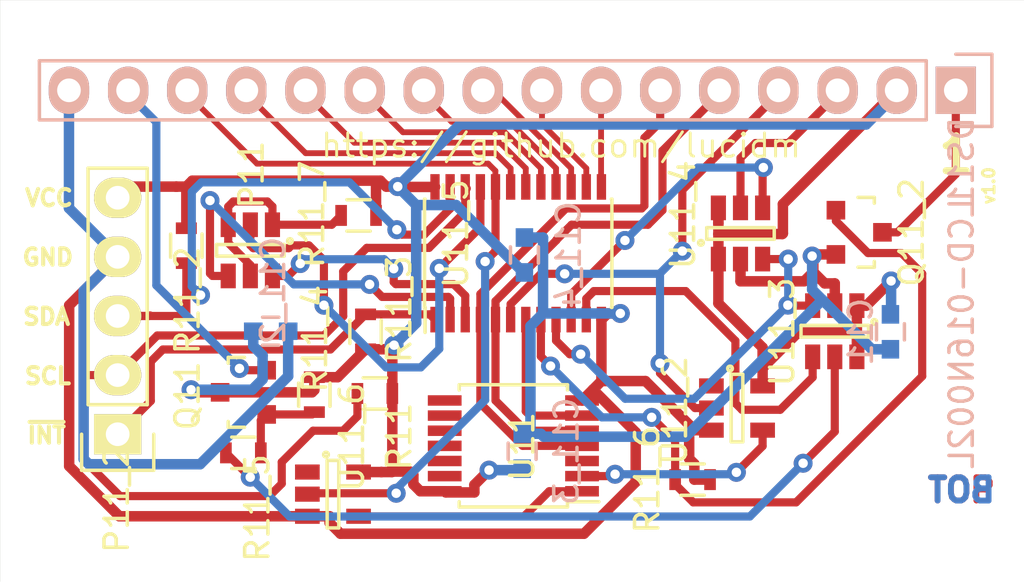
<source format=kicad_pcb>
(kicad_pcb (version 20171130) (host pcbnew "(5.1.12)-1")

  (general
    (thickness 1.6)
    (drawings 16)
    (tracks 446)
    (zones 0)
    (modules 22)
    (nets 33)
  )

  (page A4)
  (title_block
    (title i2lcd)
    (date 2015-11-17)
    (rev 0.1)
    (company "Jarek Zok <jarekzok@gmail.com>")
    (comment 1 https://github.com/lucidm)
  )

  (layers
    (0 F.Cu signal)
    (31 B.Cu signal)
    (32 B.Adhes user)
    (33 F.Adhes user hide)
    (34 B.Paste user)
    (35 F.Paste user)
    (36 B.SilkS user)
    (37 F.SilkS user)
    (38 B.Mask user)
    (39 F.Mask user)
    (40 Dwgs.User user)
    (41 Cmts.User user)
    (42 Eco1.User user)
    (43 Eco2.User user)
    (44 Edge.Cuts user)
    (45 Margin user)
    (46 B.CrtYd user)
    (47 F.CrtYd user)
    (48 B.Fab user)
    (49 F.Fab user hide)
  )

  (setup
    (last_trace_width 0.35)
    (trace_clearance 0.2)
    (zone_clearance 0.508)
    (zone_45_only no)
    (trace_min 0.2)
    (via_size 0.8128)
    (via_drill 0.4064)
    (via_min_size 0.7112)
    (via_min_drill 0.4064)
    (uvia_size 0.3)
    (uvia_drill 0.1)
    (uvias_allowed no)
    (uvia_min_size 0)
    (uvia_min_drill 0)
    (edge_width 0.01)
    (segment_width 0.2)
    (pcb_text_width 0.3)
    (pcb_text_size 1.5 1.5)
    (mod_edge_width 0.15)
    (mod_text_size 1 1)
    (mod_text_width 0.15)
    (pad_size 1.524 1.524)
    (pad_drill 0.762)
    (pad_to_mask_clearance 0.2)
    (aux_axis_origin 0 0)
    (grid_origin 212.4456 136.4488)
    (visible_elements 7FFFFFFF)
    (pcbplotparams
      (layerselection 0x010f0_80000001)
      (usegerberextensions false)
      (usegerberattributes true)
      (usegerberadvancedattributes true)
      (creategerberjobfile true)
      (excludeedgelayer true)
      (linewidth 0.100000)
      (plotframeref false)
      (viasonmask false)
      (mode 1)
      (useauxorigin false)
      (hpglpennumber 1)
      (hpglpenspeed 20)
      (hpglpendiameter 15.000000)
      (psnegative false)
      (psa4output false)
      (plotreference true)
      (plotvalue true)
      (plotinvisibletext false)
      (padsonsilk false)
      (subtractmaskfromsilk false)
      (outputformat 1)
      (mirror false)
      (drillshape 0)
      (scaleselection 1)
      (outputdirectory "i2lcd-export/"))
  )

  (net 0 "")
  (net 1 "Net-(DS1-Pad1)")
  (net 2 VCC)
  (net 3 VO)
  (net 4 R/~S)
  (net 5 R/~W)
  (net 6 E)
  (net 7 /D0)
  (net 8 /D1)
  (net 9 /D2)
  (net 10 /D3)
  (net 11 /D4)
  (net 12 /D5)
  (net 13 /D6)
  (net 14 D7)
  (net 15 LED+)
  (net 16 Vss)
  (net 17 SDA)
  (net 18 SCL)
  (net 19 ~INT)
  (net 20 "Net-(P2-Pad1)")
  (net 21 A0)
  (net 22 A1)
  (net 23 A2)
  (net 24 PWR)
  (net 25 "Net-(Q2-Pad1)")
  (net 26 BRHT)
  (net 27 IRS)
  (net 28 U/~D)
  (net 29 ~ACS)
  (net 30 ~BCS)
  (net 31 "Net-(U4-Pad4)")
  (net 32 "Net-(U5-Pad4)")

  (net_class Default "To jest domyślna klasa połączeń."
    (clearance 0.2)
    (trace_width 0.35)
    (via_dia 0.8128)
    (via_drill 0.4064)
    (uvia_dia 0.3)
    (uvia_drill 0.1)
    (add_net /D0)
    (add_net /D1)
    (add_net /D2)
    (add_net /D3)
    (add_net /D4)
    (add_net /D5)
    (add_net /D6)
    (add_net A0)
    (add_net A1)
    (add_net A2)
    (add_net BRHT)
    (add_net D7)
    (add_net E)
    (add_net IRS)
    (add_net LED+)
    (add_net "Net-(DS1-Pad1)")
    (add_net "Net-(P2-Pad1)")
    (add_net "Net-(Q2-Pad1)")
    (add_net "Net-(U4-Pad4)")
    (add_net "Net-(U5-Pad4)")
    (add_net PWR)
    (add_net R/~S)
    (add_net R/~W)
    (add_net SCL)
    (add_net SDA)
    (add_net U/~D)
    (add_net VO)
    (add_net ~ACS)
    (add_net ~BCS)
    (add_net ~INT)
  )

  (net_class Power ""
    (clearance 0.2)
    (trace_width 0.45)
    (via_dia 0.8128)
    (via_drill 0.4064)
    (uvia_dia 0.3)
    (uvia_drill 0.1)
    (add_net VCC)
    (add_net Vss)
  )

  (module Housings_SOT-23_SOT-143_TSOT-6:SOT-23-5 (layer F.Cu) (tedit 55360473) (tstamp 564B8F8C)
    (at 50.7492 57.6742)
    (descr "5-pin SOT23 package")
    (tags SOT-23-5)
    (path /5647A892)
    (attr smd)
    (fp_text reference U11_6 (at 0.8128 -2.4546 90) (layer F.SilkS)
      (effects (font (size 1 1) (thickness 0.15)))
    )
    (fp_text value 74AHC1G14 (at -0.05 2.35) (layer F.Fab)
      (effects (font (size 1 1) (thickness 0.15)))
    )
    (fp_circle (center -0.3 -1.7) (end -0.2 -1.7) (layer F.SilkS) (width 0.15))
    (fp_line (start -0.25 -1.45) (end -0.25 1.45) (layer F.SilkS) (width 0.15))
    (fp_line (start -0.25 1.45) (end 0.25 1.45) (layer F.SilkS) (width 0.15))
    (fp_line (start 0.25 1.45) (end 0.25 -1.45) (layer F.SilkS) (width 0.15))
    (fp_line (start 0.25 -1.45) (end -0.25 -1.45) (layer F.SilkS) (width 0.15))
    (fp_line (start -1.8 1.6) (end -1.8 -1.6) (layer F.CrtYd) (width 0.05))
    (fp_line (start 1.8 1.6) (end -1.8 1.6) (layer F.CrtYd) (width 0.05))
    (fp_line (start 1.8 -1.6) (end 1.8 1.6) (layer F.CrtYd) (width 0.05))
    (fp_line (start -1.8 -1.6) (end 1.8 -1.6) (layer F.CrtYd) (width 0.05))
    (pad 1 smd rect (at -1.1 -0.95) (size 1.06 0.65) (layers F.Cu F.Paste F.Mask))
    (pad 2 smd rect (at -1.1 0) (size 1.06 0.65) (layers F.Cu F.Paste F.Mask)
      (net 14 D7))
    (pad 3 smd rect (at -1.1 0.95) (size 1.06 0.65) (layers F.Cu F.Paste F.Mask)
      (net 16 Vss))
    (pad 4 smd rect (at 1.1 0.95) (size 1.06 0.65) (layers F.Cu F.Paste F.Mask)
      (net 32 "Net-(U5-Pad4)"))
    (pad 5 smd rect (at 1.1 -0.95) (size 1.06 0.65) (layers F.Cu F.Paste F.Mask)
      (net 2 VCC))
    (model Housings_SOT-23_SOT-143_TSOT-6.3dshapes/SOT-23-5.wrl
      (at (xyz 0 0 0))
      (scale (xyz 0.11 0.11 0.11))
      (rotate (xyz 0 0 90))
    )
    (model smd_trans/sot23-5.wrl
      (at (xyz 0 0 0))
      (scale (xyz 1 1 1))
      (rotate (xyz 0 0 90))
    )
  )

  (module Pin_Headers:Pin_Header_Straight_1x16 (layer B.Cu) (tedit 564BB08E) (tstamp 564B8E6F)
    (at 77.5073 40.3248 90)
    (descr "Through hole pin header")
    (tags "pin header")
    (path /5647021F)
    (fp_text reference DS11 (at -3.082 0.25 90) (layer B.SilkS)
      (effects (font (size 1 1) (thickness 0.15)) (justify mirror))
    )
    (fp_text value LCD-016N002L (at -10.448 0.25 90) (layer B.SilkS)
      (effects (font (size 1 1) (thickness 0.15)) (justify mirror))
    )
    (fp_line (start -1.55 1.55) (end 1.55 1.55) (layer B.SilkS) (width 0.15))
    (fp_line (start -1.55 0) (end -1.55 1.55) (layer B.SilkS) (width 0.15))
    (fp_line (start 1.27 -1.27) (end -1.27 -1.27) (layer B.SilkS) (width 0.15))
    (fp_line (start 1.55 1.55) (end 1.55 0) (layer B.SilkS) (width 0.15))
    (fp_line (start 1.27 -39.37) (end 1.27 -1.27) (layer B.SilkS) (width 0.15))
    (fp_line (start -1.27 -39.37) (end 1.27 -39.37) (layer B.SilkS) (width 0.15))
    (fp_line (start -1.27 -1.27) (end -1.27 -39.37) (layer B.SilkS) (width 0.15))
    (fp_line (start -1.75 -39.85) (end 1.75 -39.85) (layer B.CrtYd) (width 0.05))
    (fp_line (start -1.75 1.75) (end 1.75 1.75) (layer B.CrtYd) (width 0.05))
    (fp_line (start 1.75 1.75) (end 1.75 -39.85) (layer B.CrtYd) (width 0.05))
    (fp_line (start -1.75 1.75) (end -1.75 -39.85) (layer B.CrtYd) (width 0.05))
    (pad 1 thru_hole rect (at 0 0 90) (size 2.032 1.7272) (drill 1.016) (layers *.Cu *.Mask B.SilkS)
      (net 1 "Net-(DS1-Pad1)"))
    (pad 2 thru_hole oval (at 0 -2.54 90) (size 2.032 1.7272) (drill 1.016) (layers *.Cu *.Mask B.SilkS)
      (net 2 VCC))
    (pad 3 thru_hole oval (at 0 -5.08 90) (size 2.032 1.7272) (drill 1.016) (layers *.Cu *.Mask B.SilkS)
      (net 3 VO))
    (pad 4 thru_hole oval (at 0 -7.62 90) (size 2.032 1.7272) (drill 1.016) (layers *.Cu *.Mask B.SilkS)
      (net 4 R/~S))
    (pad 5 thru_hole oval (at 0 -10.16 90) (size 2.032 1.7272) (drill 1.016) (layers *.Cu *.Mask B.SilkS)
      (net 5 R/~W))
    (pad 6 thru_hole oval (at 0 -12.7 90) (size 2.032 1.7272) (drill 1.016) (layers *.Cu *.Mask B.SilkS)
      (net 6 E))
    (pad 7 thru_hole oval (at 0 -15.24 90) (size 2.032 1.7272) (drill 1.016) (layers *.Cu *.Mask B.SilkS)
      (net 7 /D0))
    (pad 8 thru_hole oval (at 0 -17.78 90) (size 2.032 1.7272) (drill 1.016) (layers *.Cu *.Mask B.SilkS)
      (net 8 /D1))
    (pad 9 thru_hole oval (at 0 -20.32 90) (size 2.032 1.7272) (drill 1.016) (layers *.Cu *.Mask B.SilkS)
      (net 9 /D2))
    (pad 10 thru_hole oval (at 0 -22.86 90) (size 2.032 1.7272) (drill 1.016) (layers *.Cu *.Mask B.SilkS)
      (net 10 /D3))
    (pad 11 thru_hole oval (at 0 -25.4 90) (size 2.032 1.7272) (drill 1.016) (layers *.Cu *.Mask B.SilkS)
      (net 11 /D4))
    (pad 12 thru_hole oval (at 0 -27.94 90) (size 2.032 1.7272) (drill 1.016) (layers *.Cu *.Mask B.SilkS)
      (net 12 /D5))
    (pad 13 thru_hole oval (at 0 -30.48 90) (size 2.032 1.7272) (drill 1.016) (layers *.Cu *.Mask B.SilkS)
      (net 13 /D6))
    (pad 14 thru_hole oval (at 0 -33.02 90) (size 2.032 1.7272) (drill 1.016) (layers *.Cu *.Mask B.SilkS)
      (net 14 D7))
    (pad 15 thru_hole oval (at 0 -35.56 90) (size 2.032 1.7272) (drill 1.016) (layers *.Cu *.Mask B.SilkS)
      (net 15 LED+))
    (pad 16 thru_hole oval (at 0 -38.1 90) (size 2.032 1.7272) (drill 1.016) (layers *.Cu *.Mask B.SilkS)
      (net 16 Vss))
    (model Pin_Headers.3dshapes/Pin_Header_Straight_1x16.wrl
      (offset (xyz 0 -19.04999971389771 0))
      (scale (xyz 1 1 1))
      (rotate (xyz 0 0 90))
    )
  )

  (module SOT-23 (layer F.Cu) (tedit 553634F8) (tstamp 564B8ED7)
    (at 73.3573 46.4248 270)
    (descr "SOT-23, Standard")
    (tags SOT-23)
    (path /56472CB3)
    (attr smd)
    (fp_text reference Q11_2 (at 0 -2.25 270) (layer F.SilkS)
      (effects (font (size 1 1) (thickness 0.15)))
    )
    (fp_text value IRLML6244 (at 0 2.3 270) (layer F.Fab)
      (effects (font (size 1 1) (thickness 0.15)))
    )
    (fp_line (start 1.49982 -0.65024) (end 1.49982 0.0508) (layer F.SilkS) (width 0.15))
    (fp_line (start 1.29916 -0.65024) (end 1.49982 -0.65024) (layer F.SilkS) (width 0.15))
    (fp_line (start -1.49982 -0.65024) (end -1.2509 -0.65024) (layer F.SilkS) (width 0.15))
    (fp_line (start -1.49982 0.0508) (end -1.49982 -0.65024) (layer F.SilkS) (width 0.15))
    (fp_line (start 1.29916 -0.65024) (end 1.2509 -0.65024) (layer F.SilkS) (width 0.15))
    (fp_line (start -1.65 1.6) (end -1.65 -1.6) (layer F.CrtYd) (width 0.05))
    (fp_line (start 1.65 1.6) (end -1.65 1.6) (layer F.CrtYd) (width 0.05))
    (fp_line (start 1.65 -1.6) (end 1.65 1.6) (layer F.CrtYd) (width 0.05))
    (fp_line (start -1.65 -1.6) (end 1.65 -1.6) (layer F.CrtYd) (width 0.05))
    (pad 1 smd rect (at -0.95 1.00076 270) (size 0.8001 0.8001) (layers F.Cu F.Paste F.Mask)
      (net 24 PWR))
    (pad 2 smd rect (at 0.95 1.00076 270) (size 0.8001 0.8001) (layers F.Cu F.Paste F.Mask)
      (net 16 Vss))
    (pad 3 smd rect (at 0 -0.99822 270) (size 0.8001 0.8001) (layers F.Cu F.Paste F.Mask)
      (net 1 "Net-(DS1-Pad1)"))
    (model Housings_SOT-23_SOT-143_TSOT-6.3dshapes/SOT-23.wrl
      (at (xyz 0 0 0))
      (scale (xyz 1.2 1.2 1.2))
      (rotate (xyz 0 0 0))
    )
    (model SMD_Packages.3dshapes/AB2_SOT23-3.wrl
      (at (xyz 0 0 0))
      (scale (xyz 0.4 0.4 0.2))
      (rotate (xyz 0 0 0))
    )
  )

  (module SOT-23 (layer F.Cu) (tedit 553634F8) (tstamp 564B8EE7)
    (at 46.8992 53.2992 90)
    (descr "SOT-23, Standard")
    (tags SOT-23)
    (path /5649075D)
    (attr smd)
    (fp_text reference Q11 (at -0.15 -2.4 270) (layer F.SilkS)
      (effects (font (size 1 1) (thickness 0.15)))
    )
    (fp_text value BT2N2222 (at 0 2.3 90) (layer F.Fab)
      (effects (font (size 1 1) (thickness 0.15)))
    )
    (fp_line (start 1.49982 -0.65024) (end 1.49982 0.0508) (layer F.SilkS) (width 0.15))
    (fp_line (start 1.29916 -0.65024) (end 1.49982 -0.65024) (layer F.SilkS) (width 0.15))
    (fp_line (start -1.49982 -0.65024) (end -1.2509 -0.65024) (layer F.SilkS) (width 0.15))
    (fp_line (start -1.49982 0.0508) (end -1.49982 -0.65024) (layer F.SilkS) (width 0.15))
    (fp_line (start 1.29916 -0.65024) (end 1.2509 -0.65024) (layer F.SilkS) (width 0.15))
    (fp_line (start -1.65 1.6) (end -1.65 -1.6) (layer F.CrtYd) (width 0.05))
    (fp_line (start 1.65 1.6) (end -1.65 1.6) (layer F.CrtYd) (width 0.05))
    (fp_line (start 1.65 -1.6) (end 1.65 1.6) (layer F.CrtYd) (width 0.05))
    (fp_line (start -1.65 -1.6) (end 1.65 -1.6) (layer F.CrtYd) (width 0.05))
    (pad 1 smd rect (at -0.95 1.00076 90) (size 0.8001 0.8001) (layers F.Cu F.Paste F.Mask)
      (net 25 "Net-(Q2-Pad1)"))
    (pad 2 smd rect (at 0.95 1.00076 90) (size 0.8001 0.8001) (layers F.Cu F.Paste F.Mask)
      (net 15 LED+))
    (pad 3 smd rect (at 0 -0.99822 90) (size 0.8001 0.8001) (layers F.Cu F.Paste F.Mask)
      (net 2 VCC))
    (model Housings_SOT-23_SOT-143_TSOT-6.3dshapes/SOT-23.wrl
      (at (xyz 0 0 0))
      (scale (xyz 1 1 1))
      (rotate (xyz 0 0 0))
    )
    (model SMD_Packages.3dshapes/AB2_SOT23-3.wrl
      (at (xyz 0 0 0))
      (scale (xyz 0.4 0.4 0.2))
      (rotate (xyz 0 0 0))
    )
  )

  (module Resistors_SMD:R_0603 (layer F.Cu) (tedit 5415CC62) (tstamp 564B8EF3)
    (at 51.8492 45.6992 180)
    (descr "Resistor SMD 0603, reflow soldering, Vishay (see dcrcw.pdf)")
    (tags "resistor 0603")
    (path /5647935C)
    (attr smd)
    (fp_text reference R11_7 (at 2 0.05 270) (layer F.SilkS)
      (effects (font (size 1 1) (thickness 0.15)))
    )
    (fp_text value 47k (at 0 1.9 180) (layer F.Fab)
      (effects (font (size 1 1) (thickness 0.15)))
    )
    (fp_line (start -0.5 -0.675) (end 0.5 -0.675) (layer F.SilkS) (width 0.15))
    (fp_line (start 0.5 0.675) (end -0.5 0.675) (layer F.SilkS) (width 0.15))
    (fp_line (start 1.3 -0.8) (end 1.3 0.8) (layer F.CrtYd) (width 0.05))
    (fp_line (start -1.3 -0.8) (end -1.3 0.8) (layer F.CrtYd) (width 0.05))
    (fp_line (start -1.3 0.8) (end 1.3 0.8) (layer F.CrtYd) (width 0.05))
    (fp_line (start -1.3 -0.8) (end 1.3 -0.8) (layer F.CrtYd) (width 0.05))
    (pad 1 smd rect (at -0.75 0 180) (size 0.5 0.9) (layers F.Cu F.Paste F.Mask)
      (net 2 VCC))
    (pad 2 smd rect (at 0.75 0 180) (size 0.5 0.9) (layers F.Cu F.Paste F.Mask)
      (net 20 "Net-(P2-Pad1)"))
    (model Resistors_SMD.3dshapes/R_0603.wrl
      (at (xyz 0 0 0))
      (scale (xyz 1 1 1))
      (rotate (xyz 0 0 0))
    )
  )

  (module Resistors_SMD:R_0603 (layer F.Cu) (tedit 5415CC62) (tstamp 564B8EFF)
    (at 66.1992 57.0492)
    (descr "Resistor SMD 0603, reflow soldering, Vishay (see dcrcw.pdf)")
    (tags "resistor 0603")
    (path /56472EAB)
    (attr smd)
    (fp_text reference R11_6 (at -1.95 0 90) (layer F.SilkS)
      (effects (font (size 1 1) (thickness 0.15)))
    )
    (fp_text value 100k (at 0 1.9) (layer F.Fab)
      (effects (font (size 1 1) (thickness 0.15)))
    )
    (fp_line (start -0.5 -0.675) (end 0.5 -0.675) (layer F.SilkS) (width 0.15))
    (fp_line (start 0.5 0.675) (end -0.5 0.675) (layer F.SilkS) (width 0.15))
    (fp_line (start 1.3 -0.8) (end 1.3 0.8) (layer F.CrtYd) (width 0.05))
    (fp_line (start -1.3 -0.8) (end -1.3 0.8) (layer F.CrtYd) (width 0.05))
    (fp_line (start -1.3 0.8) (end 1.3 0.8) (layer F.CrtYd) (width 0.05))
    (fp_line (start -1.3 -0.8) (end 1.3 -0.8) (layer F.CrtYd) (width 0.05))
    (pad 1 smd rect (at -0.75 0) (size 0.5 0.9) (layers F.Cu F.Paste F.Mask)
      (net 24 PWR))
    (pad 2 smd rect (at 0.75 0) (size 0.5 0.9) (layers F.Cu F.Paste F.Mask)
      (net 16 Vss))
    (model Resistors_SMD.3dshapes/R_0603.wrl
      (at (xyz 0 0 0))
      (scale (xyz 1 1 1))
      (rotate (xyz 0 0 0))
    )
  )

  (module Resistors_SMD:R_0603 (layer F.Cu) (tedit 5415CC62) (tstamp 564B8F0B)
    (at 46.8992 55.8992 180)
    (descr "Resistor SMD 0603, reflow soldering, Vishay (see dcrcw.pdf)")
    (tags "resistor 0603")
    (path /56491745)
    (attr smd)
    (fp_text reference R11_5 (at -0.5988 -2.3684 270) (layer F.SilkS)
      (effects (font (size 1 1) (thickness 0.15)))
    )
    (fp_text value 4.7k (at 0 1.9 180) (layer F.Fab)
      (effects (font (size 1 1) (thickness 0.15)))
    )
    (fp_line (start -0.5 -0.675) (end 0.5 -0.675) (layer F.SilkS) (width 0.15))
    (fp_line (start 0.5 0.675) (end -0.5 0.675) (layer F.SilkS) (width 0.15))
    (fp_line (start 1.3 -0.8) (end 1.3 0.8) (layer F.CrtYd) (width 0.05))
    (fp_line (start -1.3 -0.8) (end -1.3 0.8) (layer F.CrtYd) (width 0.05))
    (fp_line (start -1.3 0.8) (end 1.3 0.8) (layer F.CrtYd) (width 0.05))
    (fp_line (start -1.3 -0.8) (end 1.3 -0.8) (layer F.CrtYd) (width 0.05))
    (pad 1 smd rect (at -0.75 0 180) (size 0.5 0.9) (layers F.Cu F.Paste F.Mask)
      (net 25 "Net-(Q2-Pad1)"))
    (pad 2 smd rect (at 0.75 0 180) (size 0.5 0.9) (layers F.Cu F.Paste F.Mask)
      (net 26 BRHT))
    (model Resistors_SMD.3dshapes/R_0603.wrl
      (at (xyz 0 0 0))
      (scale (xyz 1 1 1))
      (rotate (xyz 0 0 0))
    )
  )

  (module Resistors_SMD:R_0603 (layer F.Cu) (tedit 5415CC62) (tstamp 564B8F17)
    (at 49.9492 53.3992 90)
    (descr "Resistor SMD 0603, reflow soldering, Vishay (see dcrcw.pdf)")
    (tags "resistor 0603")
    (path /564741C2)
    (attr smd)
    (fp_text reference R11_4 (at 2.4 0.025 90) (layer F.SilkS)
      (effects (font (size 1 1) (thickness 0.15)))
    )
    (fp_text value 220k (at 0 1.9 90) (layer F.Fab)
      (effects (font (size 1 1) (thickness 0.15)))
    )
    (fp_line (start -0.5 -0.675) (end 0.5 -0.675) (layer F.SilkS) (width 0.15))
    (fp_line (start 0.5 0.675) (end -0.5 0.675) (layer F.SilkS) (width 0.15))
    (fp_line (start 1.3 -0.8) (end 1.3 0.8) (layer F.CrtYd) (width 0.05))
    (fp_line (start -1.3 -0.8) (end -1.3 0.8) (layer F.CrtYd) (width 0.05))
    (fp_line (start -1.3 0.8) (end 1.3 0.8) (layer F.CrtYd) (width 0.05))
    (fp_line (start -1.3 -0.8) (end 1.3 -0.8) (layer F.CrtYd) (width 0.05))
    (pad 1 smd rect (at -0.75 0 90) (size 0.5 0.9) (layers F.Cu F.Paste F.Mask)
      (net 25 "Net-(Q2-Pad1)"))
    (pad 2 smd rect (at 0.75 0 90) (size 0.5 0.9) (layers F.Cu F.Paste F.Mask)
      (net 2 VCC))
    (model Resistors_SMD.3dshapes/R_0603.wrl
      (at (xyz 0 0 0))
      (scale (xyz 1 1 1))
      (rotate (xyz 0 0 0))
    )
  )

  (module Resistors_SMD:R_0603 (layer F.Cu) (tedit 5415CC62) (tstamp 564B8F23)
    (at 52.1492 50.6992 90)
    (descr "Resistor SMD 0603, reflow soldering, Vishay (see dcrcw.pdf)")
    (tags "resistor 0603")
    (path /5648A766)
    (attr smd)
    (fp_text reference R11_3 (at 0.966 1.4448 90) (layer F.SilkS)
      (effects (font (size 1 1) (thickness 0.15)))
    )
    (fp_text value 4.7k (at 0 1.9 90) (layer F.Fab)
      (effects (font (size 1 1) (thickness 0.15)))
    )
    (fp_line (start -0.5 -0.675) (end 0.5 -0.675) (layer F.SilkS) (width 0.15))
    (fp_line (start 0.5 0.675) (end -0.5 0.675) (layer F.SilkS) (width 0.15))
    (fp_line (start 1.3 -0.8) (end 1.3 0.8) (layer F.CrtYd) (width 0.05))
    (fp_line (start -1.3 -0.8) (end -1.3 0.8) (layer F.CrtYd) (width 0.05))
    (fp_line (start -1.3 0.8) (end 1.3 0.8) (layer F.CrtYd) (width 0.05))
    (fp_line (start -1.3 -0.8) (end 1.3 -0.8) (layer F.CrtYd) (width 0.05))
    (pad 1 smd rect (at -0.75 0 90) (size 0.5 0.9) (layers F.Cu F.Paste F.Mask)
      (net 2 VCC))
    (pad 2 smd rect (at 0.75 0 90) (size 0.5 0.9) (layers F.Cu F.Paste F.Mask)
      (net 19 ~INT))
    (model Resistors_SMD.3dshapes/R_0603.wrl
      (at (xyz 0 0 0))
      (scale (xyz 1 1 1))
      (rotate (xyz 0 0 0))
    )
  )

  (module Housings_SSOP:TSSOP-24_4.4x7.8mm_Pitch0.65mm (layer F.Cu) (tedit 54130A77) (tstamp 564B8F4A)
    (at 58.7073 47.3248 90)
    (descr "TSSOP24: plastic thin shrink small outline package; 24 leads; body width 4.4 mm; (see NXP SSOP-TSSOP-VSO-REFLOW.pdf and sot355-1_po.pdf)")
    (tags "SSOP 0.65")
    (path /5646E6C4)
    (attr smd)
    (fp_text reference U11_5 (at 0.842762 -2.674874 90) (layer F.SilkS)
      (effects (font (size 1 1) (thickness 0.15)))
    )
    (fp_text value PCA9535 (at 0 4.95 90) (layer F.Fab)
      (effects (font (size 1 1) (thickness 0.15)))
    )
    (fp_line (start -2.325 -4) (end -3.4 -4) (layer F.SilkS) (width 0.15))
    (fp_line (start -2.325 4.025) (end 2.325 4.025) (layer F.SilkS) (width 0.15))
    (fp_line (start -2.325 -4.025) (end 2.325 -4.025) (layer F.SilkS) (width 0.15))
    (fp_line (start -2.325 4.025) (end -2.325 4) (layer F.SilkS) (width 0.15))
    (fp_line (start 2.325 4.025) (end 2.325 4) (layer F.SilkS) (width 0.15))
    (fp_line (start 2.325 -4.025) (end 2.325 -4) (layer F.SilkS) (width 0.15))
    (fp_line (start -2.325 -4.025) (end -2.325 -4) (layer F.SilkS) (width 0.15))
    (fp_line (start -3.65 4.2) (end 3.65 4.2) (layer F.CrtYd) (width 0.05))
    (fp_line (start -3.65 -4.2) (end 3.65 -4.2) (layer F.CrtYd) (width 0.05))
    (fp_line (start 3.65 -4.2) (end 3.65 4.2) (layer F.CrtYd) (width 0.05))
    (fp_line (start -3.65 -4.2) (end -3.65 4.2) (layer F.CrtYd) (width 0.05))
    (pad 1 smd rect (at -2.85 -3.575 90) (size 1.1 0.4) (layers F.Cu F.Paste F.Mask)
      (net 19 ~INT))
    (pad 2 smd rect (at -2.85 -2.925 90) (size 1.1 0.4) (layers F.Cu F.Paste F.Mask)
      (net 22 A1))
    (pad 3 smd rect (at -2.85 -2.275 90) (size 1.1 0.4) (layers F.Cu F.Paste F.Mask)
      (net 23 A2))
    (pad 4 smd rect (at -2.85 -1.625 90) (size 1.1 0.4) (layers F.Cu F.Paste F.Mask)
      (net 6 E))
    (pad 5 smd rect (at -2.85 -0.975 90) (size 1.1 0.4) (layers F.Cu F.Paste F.Mask)
      (net 5 R/~W))
    (pad 6 smd rect (at -2.85 -0.325 90) (size 1.1 0.4) (layers F.Cu F.Paste F.Mask)
      (net 4 R/~S))
    (pad 7 smd rect (at -2.85 0.325 90) (size 1.1 0.4) (layers F.Cu F.Paste F.Mask)
      (net 27 IRS))
    (pad 8 smd rect (at -2.85 0.975 90) (size 1.1 0.4) (layers F.Cu F.Paste F.Mask)
      (net 24 PWR))
    (pad 9 smd rect (at -2.85 1.625 90) (size 1.1 0.4) (layers F.Cu F.Paste F.Mask)
      (net 28 U/~D))
    (pad 10 smd rect (at -2.85 2.275 90) (size 1.1 0.4) (layers F.Cu F.Paste F.Mask)
      (net 29 ~ACS))
    (pad 11 smd rect (at -2.85 2.925 90) (size 1.1 0.4) (layers F.Cu F.Paste F.Mask)
      (net 30 ~BCS))
    (pad 12 smd rect (at -2.85 3.575 90) (size 1.1 0.4) (layers F.Cu F.Paste F.Mask)
      (net 16 Vss))
    (pad 13 smd rect (at 2.85 3.575 90) (size 1.1 0.4) (layers F.Cu F.Paste F.Mask)
      (net 7 /D0))
    (pad 14 smd rect (at 2.85 2.925 90) (size 1.1 0.4) (layers F.Cu F.Paste F.Mask)
      (net 8 /D1))
    (pad 15 smd rect (at 2.85 2.275 90) (size 1.1 0.4) (layers F.Cu F.Paste F.Mask)
      (net 9 /D2))
    (pad 16 smd rect (at 2.85 1.625 90) (size 1.1 0.4) (layers F.Cu F.Paste F.Mask)
      (net 10 /D3))
    (pad 17 smd rect (at 2.85 0.975 90) (size 1.1 0.4) (layers F.Cu F.Paste F.Mask)
      (net 11 /D4))
    (pad 18 smd rect (at 2.85 0.325 90) (size 1.1 0.4) (layers F.Cu F.Paste F.Mask)
      (net 12 /D5))
    (pad 19 smd rect (at 2.85 -0.325 90) (size 1.1 0.4) (layers F.Cu F.Paste F.Mask)
      (net 13 /D6))
    (pad 20 smd rect (at 2.85 -0.975 90) (size 1.1 0.4) (layers F.Cu F.Paste F.Mask)
      (net 14 D7))
    (pad 21 smd rect (at 2.85 -1.625 90) (size 1.1 0.4) (layers F.Cu F.Paste F.Mask)
      (net 21 A0))
    (pad 22 smd rect (at 2.85 -2.275 90) (size 1.1 0.4) (layers F.Cu F.Paste F.Mask)
      (net 18 SCL))
    (pad 23 smd rect (at 2.85 -2.925 90) (size 1.1 0.4) (layers F.Cu F.Paste F.Mask)
      (net 17 SDA))
    (pad 24 smd rect (at 2.85 -3.575 90) (size 1.1 0.4) (layers F.Cu F.Paste F.Mask)
      (net 2 VCC))
    (model Housings_SSOP.3dshapes/TSSOP-24_4.4x7.8mm_Pitch0.65mm.wrl
      (at (xyz 0 0 0))
      (scale (xyz 1 1 1))
      (rotate (xyz 0 0 0))
    )
  )

  (module SOT-23-6 (layer F.Cu) (tedit 53DE8DE3) (tstamp 564B8F59)
    (at 68.2573 46.4748 90)
    (descr "6-pin SOT-23 package")
    (tags SOT-23-6)
    (path /5646E9A4)
    (attr smd)
    (fp_text reference U11_4 (at 0.805562 -2.471274 90) (layer F.SilkS)
      (effects (font (size 1 1) (thickness 0.15)))
    )
    (fp_text value MCP4013T-503 (at 0 2.9 90) (layer F.Fab)
      (effects (font (size 1 1) (thickness 0.15)))
    )
    (fp_line (start -0.25 -1.45) (end -0.25 1.45) (layer F.SilkS) (width 0.15))
    (fp_line (start -0.25 1.45) (end 0.25 1.45) (layer F.SilkS) (width 0.15))
    (fp_line (start 0.25 1.45) (end 0.25 -1.45) (layer F.SilkS) (width 0.15))
    (fp_line (start 0.25 -1.45) (end -0.25 -1.45) (layer F.SilkS) (width 0.15))
    (fp_circle (center -0.4 -1.7) (end -0.3 -1.7) (layer F.SilkS) (width 0.15))
    (pad 1 smd rect (at -1.1 -0.95 90) (size 1.06 0.65) (layers F.Cu F.Paste F.Mask)
      (net 2 VCC))
    (pad 2 smd rect (at -1.1 0 90) (size 1.06 0.65) (layers F.Cu F.Paste F.Mask)
      (net 16 Vss))
    (pad 3 smd rect (at -1.1 0.95 90) (size 1.06 0.65) (layers F.Cu F.Paste F.Mask)
      (net 28 U/~D))
    (pad 4 smd rect (at 1.1 0.95 90) (size 1.06 0.65) (layers F.Cu F.Paste F.Mask)
      (net 29 ~ACS))
    (pad 6 smd rect (at 1.1 -0.95 90) (size 1.06 0.65) (layers F.Cu F.Paste F.Mask)
      (net 2 VCC))
    (pad 5 smd rect (at 1.1 0 90) (size 1.06 0.65) (layers F.Cu F.Paste F.Mask)
      (net 3 VO))
    (model Housings_SOT-23_SOT-143_TSOT-6.3dshapes/SOT-23-6.wrl
      (at (xyz 0 0 0))
      (scale (xyz 1 1 1))
      (rotate (xyz 0 0 0))
    )
    (model SMD_Packages.3dshapes/AB2_SOT23-6.wrl
      (at (xyz 0 0 0))
      (scale (xyz 0.4 0.4 0.2))
      (rotate (xyz 0 0 90))
    )
  )

  (module Housings_SOT-23_SOT-143_TSOT-6:SOT-23-6 (layer F.Cu) (tedit 53DE8DE3) (tstamp 564B8F68)
    (at 72.3073 50.6748 270)
    (descr "6-pin SOT-23 package")
    (tags SOT-23-6)
    (path /5646EA59)
    (attr smd)
    (fp_text reference U11_3 (at 0.024438 2.258074 270) (layer F.SilkS)
      (effects (font (size 1 1) (thickness 0.15)))
    )
    (fp_text value MCP4013T-503 (at 0 2.9 270) (layer F.Fab)
      (effects (font (size 1 1) (thickness 0.15)))
    )
    (fp_line (start -0.25 -1.45) (end -0.25 1.45) (layer F.SilkS) (width 0.15))
    (fp_line (start -0.25 1.45) (end 0.25 1.45) (layer F.SilkS) (width 0.15))
    (fp_line (start 0.25 1.45) (end 0.25 -1.45) (layer F.SilkS) (width 0.15))
    (fp_line (start 0.25 -1.45) (end -0.25 -1.45) (layer F.SilkS) (width 0.15))
    (fp_circle (center -0.4 -1.7) (end -0.3 -1.7) (layer F.SilkS) (width 0.15))
    (pad 1 smd rect (at -1.1 -0.95 270) (size 1.06 0.65) (layers F.Cu F.Paste F.Mask)
      (net 2 VCC))
    (pad 2 smd rect (at -1.1 0 270) (size 1.06 0.65) (layers F.Cu F.Paste F.Mask)
      (net 16 Vss))
    (pad 3 smd rect (at -1.1 0.95 270) (size 1.06 0.65) (layers F.Cu F.Paste F.Mask)
      (net 28 U/~D))
    (pad 4 smd rect (at 1.1 0.95 270) (size 1.06 0.65) (layers F.Cu F.Paste F.Mask)
      (net 30 ~BCS))
    (pad 6 smd rect (at 1.1 -0.95 270) (size 1.06 0.65) (layers F.Cu F.Paste F.Mask)
      (net 2 VCC))
    (pad 5 smd rect (at 1.1 0 270) (size 1.06 0.65) (layers F.Cu F.Paste F.Mask)
      (net 26 BRHT))
    (model Housings_SOT-23_SOT-143_TSOT-6.3dshapes/SOT-23-6.wrl
      (at (xyz 0 0 0))
      (scale (xyz 1 1 1))
      (rotate (xyz 0 0 0))
    )
    (model SMD_Packages.3dshapes/AB2_SOT23-6.wrl
      (at (xyz 0 0 0))
      (scale (xyz 0.4 0.4 0.2))
      (rotate (xyz 0 0 90))
    )
  )

  (module Housings_SOT-23_SOT-143_TSOT-6:SOT-23-5 (layer F.Cu) (tedit 55360473) (tstamp 564B8F7A)
    (at 68.1073 53.9748)
    (descr "5-pin SOT23 package")
    (tags SOT-23-5)
    (path /5647A7BB)
    (attr smd)
    (fp_text reference U11_2 (at -2.669 0.1 90) (layer F.SilkS)
      (effects (font (size 1 1) (thickness 0.15)))
    )
    (fp_text value 74AHC1G14 (at -0.05 2.35) (layer F.Fab)
      (effects (font (size 1 1) (thickness 0.15)))
    )
    (fp_circle (center -0.3 -1.7) (end -0.2 -1.7) (layer F.SilkS) (width 0.15))
    (fp_line (start -0.25 -1.45) (end -0.25 1.45) (layer F.SilkS) (width 0.15))
    (fp_line (start -0.25 1.45) (end 0.25 1.45) (layer F.SilkS) (width 0.15))
    (fp_line (start 0.25 1.45) (end 0.25 -1.45) (layer F.SilkS) (width 0.15))
    (fp_line (start 0.25 -1.45) (end -0.25 -1.45) (layer F.SilkS) (width 0.15))
    (fp_line (start -1.8 1.6) (end -1.8 -1.6) (layer F.CrtYd) (width 0.05))
    (fp_line (start 1.8 1.6) (end -1.8 1.6) (layer F.CrtYd) (width 0.05))
    (fp_line (start 1.8 -1.6) (end 1.8 1.6) (layer F.CrtYd) (width 0.05))
    (fp_line (start -1.8 -1.6) (end 1.8 -1.6) (layer F.CrtYd) (width 0.05))
    (pad 1 smd rect (at -1.1 -0.95) (size 1.06 0.65) (layers F.Cu F.Paste F.Mask))
    (pad 2 smd rect (at -1.1 0) (size 1.06 0.65) (layers F.Cu F.Paste F.Mask)
      (net 4 R/~S))
    (pad 3 smd rect (at -1.1 0.95) (size 1.06 0.65) (layers F.Cu F.Paste F.Mask)
      (net 16 Vss))
    (pad 4 smd rect (at 1.1 0.95) (size 1.06 0.65) (layers F.Cu F.Paste F.Mask)
      (net 31 "Net-(U4-Pad4)"))
    (pad 5 smd rect (at 1.1 -0.95) (size 1.06 0.65) (layers F.Cu F.Paste F.Mask)
      (net 2 VCC))
    (model Housings_SOT-23_SOT-143_TSOT-6.3dshapes/SOT-23-5.wrl
      (at (xyz 0 0 0))
      (scale (xyz 0.11 0.11 0.11))
      (rotate (xyz 0 0 90))
    )
    (model smd_trans/sot23-5.wrl
      (at (xyz 0 0 0))
      (scale (xyz 1 1 1))
      (rotate (xyz 0 0 90))
    )
  )

  (module Housings_SSOP:TSSOP-14_4.4x5mm_Pitch0.65mm (layer F.Cu) (tedit 54130A77) (tstamp 564B8FA9)
    (at 58.4992 55.5992 180)
    (descr "14-Lead Plastic Thin Shrink Small Outline (ST)-4.4 mm Body [TSSOP] (see Microchip Packaging Specification 00000049BS.pdf)")
    (tags "SSOP 0.65")
    (path /5647A503)
    (attr smd)
    (fp_text reference U11 (at -0.378 -0.0268 270) (layer F.SilkS)
      (effects (font (size 1 1) (thickness 0.15)))
    )
    (fp_text value 74LS21 (at 0 3.55 180) (layer F.Fab)
      (effects (font (size 1 1) (thickness 0.15)))
    )
    (fp_line (start -2.325 -2.4) (end -3.675 -2.4) (layer F.SilkS) (width 0.15))
    (fp_line (start -2.325 2.625) (end 2.325 2.625) (layer F.SilkS) (width 0.15))
    (fp_line (start -2.325 -2.625) (end 2.325 -2.625) (layer F.SilkS) (width 0.15))
    (fp_line (start -2.325 2.625) (end -2.325 2.4) (layer F.SilkS) (width 0.15))
    (fp_line (start 2.325 2.625) (end 2.325 2.4) (layer F.SilkS) (width 0.15))
    (fp_line (start 2.325 -2.625) (end 2.325 -2.4) (layer F.SilkS) (width 0.15))
    (fp_line (start -2.325 -2.625) (end -2.325 -2.4) (layer F.SilkS) (width 0.15))
    (fp_line (start -3.95 2.8) (end 3.95 2.8) (layer F.CrtYd) (width 0.05))
    (fp_line (start -3.95 -2.8) (end 3.95 -2.8) (layer F.CrtYd) (width 0.05))
    (fp_line (start 3.95 -2.8) (end 3.95 2.8) (layer F.CrtYd) (width 0.05))
    (fp_line (start -3.95 -2.8) (end -3.95 2.8) (layer F.CrtYd) (width 0.05))
    (pad 1 smd rect (at -2.95 -1.95 180) (size 1.45 0.45) (layers F.Cu F.Paste F.Mask)
      (net 32 "Net-(U5-Pad4)"))
    (pad 2 smd rect (at -2.95 -1.3 180) (size 1.45 0.45) (layers F.Cu F.Paste F.Mask)
      (net 31 "Net-(U4-Pad4)"))
    (pad 3 smd rect (at -2.95 -0.65 180) (size 1.45 0.45) (layers F.Cu F.Paste F.Mask))
    (pad 4 smd rect (at -2.95 0 180) (size 1.45 0.45) (layers F.Cu F.Paste F.Mask)
      (net 6 E))
    (pad 5 smd rect (at -2.95 0.65 180) (size 1.45 0.45) (layers F.Cu F.Paste F.Mask)
      (net 5 R/~W))
    (pad 6 smd rect (at -2.95 1.3 180) (size 1.45 0.45) (layers F.Cu F.Paste F.Mask)
      (net 27 IRS))
    (pad 7 smd rect (at -2.95 1.95 180) (size 1.45 0.45) (layers F.Cu F.Paste F.Mask)
      (net 16 Vss))
    (pad 8 smd rect (at 2.95 1.95 180) (size 1.45 0.45) (layers F.Cu F.Paste F.Mask))
    (pad 9 smd rect (at 2.95 1.3 180) (size 1.45 0.45) (layers F.Cu F.Paste F.Mask))
    (pad 10 smd rect (at 2.95 0.65 180) (size 1.45 0.45) (layers F.Cu F.Paste F.Mask))
    (pad 11 smd rect (at 2.95 0 180) (size 1.45 0.45) (layers F.Cu F.Paste F.Mask))
    (pad 12 smd rect (at 2.95 -0.65 180) (size 1.45 0.45) (layers F.Cu F.Paste F.Mask))
    (pad 13 smd rect (at 2.95 -1.3 180) (size 1.45 0.45) (layers F.Cu F.Paste F.Mask))
    (pad 14 smd rect (at 2.95 -1.95 180) (size 1.45 0.45) (layers F.Cu F.Paste F.Mask)
      (net 2 VCC))
    (model Housings_SSOP.3dshapes/TSSOP-14_4.4x5mm_Pitch0.65mm.wrl
      (at (xyz 0 0 0))
      (scale (xyz 1 1 1))
      (rotate (xyz 0 0 0))
    )
  )

  (module Resistors_SMD:R_0603 (layer F.Cu) (tedit 5415CC62) (tstamp 564B9070)
    (at 44.4492 46.9992 90)
    (descr "Resistor SMD 0603, reflow soldering, Vishay (see dcrcw.pdf)")
    (tags "resistor 0603")
    (path /564B930C)
    (attr smd)
    (fp_text reference R11_2 (at -2.35 0.05 270) (layer F.SilkS)
      (effects (font (size 1 1) (thickness 0.15)))
    )
    (fp_text value 4.7k (at 0 1.9 90) (layer F.Fab)
      (effects (font (size 1 1) (thickness 0.15)))
    )
    (fp_line (start -0.5 -0.675) (end 0.5 -0.675) (layer F.SilkS) (width 0.15))
    (fp_line (start 0.5 0.675) (end -0.5 0.675) (layer F.SilkS) (width 0.15))
    (fp_line (start 1.3 -0.8) (end 1.3 0.8) (layer F.CrtYd) (width 0.05))
    (fp_line (start -1.3 -0.8) (end -1.3 0.8) (layer F.CrtYd) (width 0.05))
    (fp_line (start -1.3 0.8) (end 1.3 0.8) (layer F.CrtYd) (width 0.05))
    (fp_line (start -1.3 -0.8) (end 1.3 -0.8) (layer F.CrtYd) (width 0.05))
    (pad 1 smd rect (at -0.75 0 90) (size 0.5 0.9) (layers F.Cu F.Paste F.Mask)
      (net 17 SDA))
    (pad 2 smd rect (at 0.75 0 90) (size 0.5 0.9) (layers F.Cu F.Paste F.Mask)
      (net 2 VCC))
    (model Resistors_SMD.3dshapes/R_0603.wrl
      (at (xyz 0 0 0))
      (scale (xyz 1 1 1))
      (rotate (xyz 0 0 0))
    )
  )

  (module Resistors_SMD:R_0603 (layer F.Cu) (tedit 5415CC62) (tstamp 564B907C)
    (at 52.5492 53.3492)
    (descr "Resistor SMD 0603, reflow soldering, Vishay (see dcrcw.pdf)")
    (tags "resistor 0603")
    (path /564B9379)
    (attr smd)
    (fp_text reference R11 (at 1.0448 1.85 90) (layer F.SilkS)
      (effects (font (size 1 1) (thickness 0.15)))
    )
    (fp_text value 4.7k (at 0 1.9) (layer F.Fab)
      (effects (font (size 1 1) (thickness 0.15)))
    )
    (fp_line (start -0.5 -0.675) (end 0.5 -0.675) (layer F.SilkS) (width 0.15))
    (fp_line (start 0.5 0.675) (end -0.5 0.675) (layer F.SilkS) (width 0.15))
    (fp_line (start 1.3 -0.8) (end 1.3 0.8) (layer F.CrtYd) (width 0.05))
    (fp_line (start -1.3 -0.8) (end -1.3 0.8) (layer F.CrtYd) (width 0.05))
    (fp_line (start -1.3 0.8) (end 1.3 0.8) (layer F.CrtYd) (width 0.05))
    (fp_line (start -1.3 -0.8) (end 1.3 -0.8) (layer F.CrtYd) (width 0.05))
    (pad 1 smd rect (at -0.75 0) (size 0.5 0.9) (layers F.Cu F.Paste F.Mask)
      (net 18 SCL))
    (pad 2 smd rect (at 0.75 0) (size 0.5 0.9) (layers F.Cu F.Paste F.Mask)
      (net 2 VCC))
    (model Resistors_SMD.3dshapes/R_0603.wrl
      (at (xyz 0 0 0))
      (scale (xyz 1 1 1))
      (rotate (xyz 0 0 0))
    )
  )

  (module Pin_Headers:Pin_Header_Straight_1x05 (layer F.Cu) (tedit 54EA0684) (tstamp 564B8EB0)
    (at 41.4992 55.0992 180)
    (descr "Through hole pin header")
    (tags "pin header")
    (path /5646FD2F)
    (fp_text reference P11_2 (at 0.042 -2.786 270) (layer F.SilkS)
      (effects (font (size 1 1) (thickness 0.15)))
    )
    (fp_text value CONN_01X05 (at 0 -3.1 180) (layer F.Fab)
      (effects (font (size 1 1) (thickness 0.15)))
    )
    (fp_line (start 1.27 1.27) (end -1.27 1.27) (layer F.SilkS) (width 0.15))
    (fp_line (start -1.27 11.43) (end -1.27 1.27) (layer F.SilkS) (width 0.15))
    (fp_line (start 1.27 11.43) (end -1.27 11.43) (layer F.SilkS) (width 0.15))
    (fp_line (start 1.27 1.27) (end 1.27 11.43) (layer F.SilkS) (width 0.15))
    (fp_line (start -1.75 11.95) (end 1.75 11.95) (layer F.CrtYd) (width 0.05))
    (fp_line (start -1.75 -1.75) (end 1.75 -1.75) (layer F.CrtYd) (width 0.05))
    (fp_line (start 1.75 -1.75) (end 1.75 11.95) (layer F.CrtYd) (width 0.05))
    (fp_line (start -1.75 -1.75) (end -1.75 11.95) (layer F.CrtYd) (width 0.05))
    (fp_line (start 1.55 -1.55) (end 1.55 0) (layer F.SilkS) (width 0.15))
    (fp_line (start -1.55 -1.55) (end 1.55 -1.55) (layer F.SilkS) (width 0.15))
    (fp_line (start -1.55 0) (end -1.55 -1.55) (layer F.SilkS) (width 0.15))
    (pad 1 thru_hole rect (at 0 0 180) (size 2.032 1.7272) (drill 1.016) (layers *.Cu *.Mask F.SilkS)
      (net 19 ~INT))
    (pad 2 thru_hole oval (at 0 2.54 180) (size 2.032 1.7272) (drill 1.016) (layers *.Cu *.Mask F.SilkS)
      (net 18 SCL))
    (pad 3 thru_hole oval (at 0 5.08 180) (size 2.032 1.7272) (drill 1.016) (layers *.Cu *.Mask F.SilkS)
      (net 17 SDA))
    (pad 4 thru_hole oval (at 0 7.62 180) (size 2.032 1.7272) (drill 1.016) (layers *.Cu *.Mask F.SilkS)
      (net 16 Vss))
    (pad 5 thru_hole oval (at 0 10.16 180) (size 2.032 1.7272) (drill 1.016) (layers *.Cu *.Mask F.SilkS)
      (net 2 VCC))
    (model Pin_Headers.3dshapes/Pin_Header_Straight_1x05.wrl
      (offset (xyz 0 -5.079999923706055 0))
      (scale (xyz 1 1 1))
      (rotate (xyz 0 0 90))
    )
  )

  (module Housings_SOT-23_SOT-143_TSOT-6:SOT-23-6 (layer F.Cu) (tedit 53DE8DE3) (tstamp 564B8EC7)
    (at 47.1992 47.1992 270)
    (descr "6-pin SOT-23 package")
    (tags SOT-23-6)
    (path /5648F804)
    (attr smd)
    (fp_text reference P11 (at -3.25 -0.05 270) (layer F.SilkS)
      (effects (font (size 1 1) (thickness 0.15)))
    )
    (fp_text value CONN_02X03 (at 0 2.9 270) (layer F.Fab)
      (effects (font (size 1 1) (thickness 0.15)))
    )
    (fp_line (start -0.25 -1.45) (end -0.25 1.45) (layer F.SilkS) (width 0.15))
    (fp_line (start -0.25 1.45) (end 0.25 1.45) (layer F.SilkS) (width 0.15))
    (fp_line (start 0.25 1.45) (end 0.25 -1.45) (layer F.SilkS) (width 0.15))
    (fp_line (start 0.25 -1.45) (end -0.25 -1.45) (layer F.SilkS) (width 0.15))
    (fp_circle (center -0.4 -1.7) (end -0.3 -1.7) (layer F.SilkS) (width 0.15))
    (pad 1 smd rect (at -1.1 -0.95 270) (size 1.06 0.65) (layers F.Cu F.Paste F.Mask)
      (net 20 "Net-(P2-Pad1)"))
    (pad 2 smd rect (at -1.1 0 270) (size 1.06 0.65) (layers F.Cu F.Paste F.Mask)
      (net 21 A0))
    (pad 3 smd rect (at -1.1 0.95 270) (size 1.06 0.65) (layers F.Cu F.Paste F.Mask)
      (net 20 "Net-(P2-Pad1)"))
    (pad 4 smd rect (at 1.1 0.95 270) (size 1.06 0.65) (layers F.Cu F.Paste F.Mask)
      (net 22 A1))
    (pad 6 smd rect (at 1.1 -0.95 270) (size 1.06 0.65) (layers F.Cu F.Paste F.Mask)
      (net 23 A2))
    (pad 5 smd rect (at 1.1 0 270) (size 1.06 0.65) (layers F.Cu F.Paste F.Mask)
      (net 20 "Net-(P2-Pad1)"))
    (model Housings_SOT-23_SOT-143_TSOT-6.3dshapes/SOT-23-6.wrl
      (at (xyz 0 0 0))
      (scale (xyz 1 1 1))
      (rotate (xyz 0 0 0))
    )
  )

  (module Capacitors_SMD:C_0603 (layer B.Cu) (tedit 5415D631) (tstamp 56509A9F)
    (at 58.9742 47.3992 90)
    (descr "Capacitor SMD 0603, reflow soldering, AVX (see smccp.pdf)")
    (tags "capacitor 0603")
    (path /5650A58A)
    (attr smd)
    (fp_text reference C11_4 (at 0 1.9 90) (layer B.SilkS)
      (effects (font (size 1 1) (thickness 0.15)) (justify mirror))
    )
    (fp_text value 100n (at 0 -1.9 90) (layer B.Fab)
      (effects (font (size 1 1) (thickness 0.15)) (justify mirror))
    )
    (fp_line (start 0.35 -0.6) (end -0.35 -0.6) (layer B.SilkS) (width 0.15))
    (fp_line (start -0.35 0.6) (end 0.35 0.6) (layer B.SilkS) (width 0.15))
    (fp_line (start 1.45 0.75) (end 1.45 -0.75) (layer B.CrtYd) (width 0.05))
    (fp_line (start -1.45 0.75) (end -1.45 -0.75) (layer B.CrtYd) (width 0.05))
    (fp_line (start -1.45 -0.75) (end 1.45 -0.75) (layer B.CrtYd) (width 0.05))
    (fp_line (start -1.45 0.75) (end 1.45 0.75) (layer B.CrtYd) (width 0.05))
    (pad 1 smd rect (at -0.75 0 90) (size 0.8 0.75) (layers B.Cu B.Paste B.Mask)
      (net 2 VCC))
    (pad 2 smd rect (at 0.75 0 90) (size 0.8 0.75) (layers B.Cu B.Paste B.Mask)
      (net 16 Vss))
    (model Capacitors_SMD.3dshapes/C_0603.wrl
      (at (xyz 0 0 0))
      (scale (xyz 1 1 1))
      (rotate (xyz 0 0 0))
    )
  )

  (module Capacitors_SMD:C_0603 (layer B.Cu) (tedit 5415D631) (tstamp 56509AAB)
    (at 58.8772 55.8292 90)
    (descr "Capacitor SMD 0603, reflow soldering, AVX (see smccp.pdf)")
    (tags "capacitor 0603")
    (path /5650A521)
    (attr smd)
    (fp_text reference C11_3 (at 0 1.9 90) (layer B.SilkS)
      (effects (font (size 1 1) (thickness 0.15)) (justify mirror))
    )
    (fp_text value 100n (at 0 -1.9 90) (layer B.Fab)
      (effects (font (size 1 1) (thickness 0.15)) (justify mirror))
    )
    (fp_line (start 0.35 -0.6) (end -0.35 -0.6) (layer B.SilkS) (width 0.15))
    (fp_line (start -0.35 0.6) (end 0.35 0.6) (layer B.SilkS) (width 0.15))
    (fp_line (start 1.45 0.75) (end 1.45 -0.75) (layer B.CrtYd) (width 0.05))
    (fp_line (start -1.45 0.75) (end -1.45 -0.75) (layer B.CrtYd) (width 0.05))
    (fp_line (start -1.45 -0.75) (end 1.45 -0.75) (layer B.CrtYd) (width 0.05))
    (fp_line (start -1.45 0.75) (end 1.45 0.75) (layer B.CrtYd) (width 0.05))
    (pad 1 smd rect (at -0.75 0 90) (size 0.8 0.75) (layers B.Cu B.Paste B.Mask)
      (net 2 VCC))
    (pad 2 smd rect (at 0.75 0 90) (size 0.8 0.75) (layers B.Cu B.Paste B.Mask)
      (net 16 Vss))
    (model Capacitors_SMD.3dshapes/C_0603.wrl
      (at (xyz 0 0 0))
      (scale (xyz 1 1 1))
      (rotate (xyz 0 0 0))
    )
  )

  (module Capacitors_SMD:C_0603 (layer B.Cu) (tedit 565458AC) (tstamp 56509AB7)
    (at 48.0742 50.6742)
    (descr "Capacitor SMD 0603, reflow soldering, AVX (see smccp.pdf)")
    (tags "capacitor 0603")
    (path /56509A60)
    (attr smd)
    (fp_text reference C11_2 (at 0.1 -1.75 270) (layer B.SilkS)
      (effects (font (size 1 1) (thickness 0.15)) (justify mirror))
    )
    (fp_text value 100n (at 0 -1.9) (layer B.Fab) hide
      (effects (font (size 1 1) (thickness 0.15)) (justify mirror))
    )
    (fp_line (start 0.35 -0.6) (end -0.35 -0.6) (layer B.SilkS) (width 0.15))
    (fp_line (start -0.35 0.6) (end 0.35 0.6) (layer B.SilkS) (width 0.15))
    (fp_line (start 1.45 0.75) (end 1.45 -0.75) (layer B.CrtYd) (width 0.05))
    (fp_line (start -1.45 0.75) (end -1.45 -0.75) (layer B.CrtYd) (width 0.05))
    (fp_line (start -1.45 -0.75) (end 1.45 -0.75) (layer B.CrtYd) (width 0.05))
    (fp_line (start -1.45 0.75) (end 1.45 0.75) (layer B.CrtYd) (width 0.05))
    (pad 1 smd rect (at -0.75 0) (size 0.8 0.75) (layers B.Cu B.Paste B.Mask)
      (net 2 VCC))
    (pad 2 smd rect (at 0.75 0) (size 0.8 0.75) (layers B.Cu B.Paste B.Mask)
      (net 16 Vss))
    (model Capacitors_SMD.3dshapes/C_0603.wrl
      (at (xyz 0 0 0))
      (scale (xyz 1 1 1))
      (rotate (xyz 0 0 0))
    )
  )

  (module Capacitors_SMD:C_0603 (layer B.Cu) (tedit 5415D631) (tstamp 56509AC3)
    (at 74.6992 50.6992 270)
    (descr "Capacitor SMD 0603, reflow soldering, AVX (see smccp.pdf)")
    (tags "capacitor 0603")
    (path /5650A4C7)
    (attr smd)
    (fp_text reference C11 (at 0 1.275 270) (layer B.SilkS)
      (effects (font (size 1 1) (thickness 0.15)) (justify mirror))
    )
    (fp_text value 100n (at 0 -1.9 270) (layer B.Fab)
      (effects (font (size 1 1) (thickness 0.15)) (justify mirror))
    )
    (fp_line (start 0.35 -0.6) (end -0.35 -0.6) (layer B.SilkS) (width 0.15))
    (fp_line (start -0.35 0.6) (end 0.35 0.6) (layer B.SilkS) (width 0.15))
    (fp_line (start 1.45 0.75) (end 1.45 -0.75) (layer B.CrtYd) (width 0.05))
    (fp_line (start -1.45 0.75) (end -1.45 -0.75) (layer B.CrtYd) (width 0.05))
    (fp_line (start -1.45 -0.75) (end 1.45 -0.75) (layer B.CrtYd) (width 0.05))
    (fp_line (start -1.45 0.75) (end 1.45 0.75) (layer B.CrtYd) (width 0.05))
    (pad 1 smd rect (at -0.75 0 270) (size 0.8 0.75) (layers B.Cu B.Paste B.Mask)
      (net 2 VCC))
    (pad 2 smd rect (at 0.75 0 270) (size 0.8 0.75) (layers B.Cu B.Paste B.Mask)
      (net 16 Vss))
    (model Capacitors_SMD.3dshapes/C_0603.wrl
      (at (xyz 0 0 0))
      (scale (xyz 1 1 1))
      (rotate (xyz 0 0 0))
    )
  )

  (gr_line (start 80.4492 61.4492) (end 36.4492 61.4492) (layer Edge.Cuts) (width 0.01) (tstamp 5669149A))
  (gr_line (start 80.4492 61.4492) (end 80.4492 36.4492) (layer Edge.Cuts) (width 0.01) (tstamp 56691488))
  (gr_line (start 36.4492 61.4492) (end 80.4492 61.4492) (layer Edge.Cuts) (width 0.01))
  (gr_line (start 80.4492 36.4492) (end 36.4492 36.4492) (layer Edge.Cuts) (width 0.01))
  (gr_line (start 80.4492 61.4492) (end 80.4492 36.4492) (layer Edge.Cuts) (width 0.01) (tstamp 565520B2))
  (gr_line (start 36.4492 61.4492) (end 36.4492 36.4492) (layer Edge.Cuts) (width 0.01))
  (gr_text 1 (at 77.5242 43.0992) (layer F.SilkS)
    (effects (font (size 1.5 1.5) (thickness 0.3)))
  )
  (gr_text BOT (at 77.7492 57.4992) (layer B.Cu)
    (effects (font (size 1 1) (thickness 0.25)) (justify mirror))
  )
  (gr_text TOP (at 77.7492 57.4992) (layer F.Cu)
    (effects (font (size 1 1) (thickness 0.25)))
  )
  (gr_text v1.0 (at 78.9252 44.4232 90) (layer F.SilkS)
    (effects (font (size 0.5 0.5) (thickness 0.125)))
  )
  (gr_text https://github.com/lucidm (at 60.5492 42.6992) (layer F.SilkS)
    (effects (font (size 1 1) (thickness 0.125)))
  )
  (gr_text ~INT (at 38.4456 55.1488) (layer F.SilkS)
    (effects (font (size 0.7 0.7) (thickness 0.175)))
  )
  (gr_text SDA (at 38.4456 50.0488) (layer F.SilkS)
    (effects (font (size 0.7 0.7) (thickness 0.175)))
  )
  (gr_text SCL (at 38.4992 52.5992) (layer F.SilkS)
    (effects (font (size 0.7 0.7) (thickness 0.175)))
  )
  (gr_text VCC (at 38.5492 44.9492) (layer F.SilkS)
    (effects (font (size 0.7 0.7) (thickness 0.175)))
  )
  (gr_text GND (at 38.4992 47.4992) (layer F.SilkS)
    (effects (font (size 0.7 0.7) (thickness 0.175)))
  )

  (segment (start 77.5073 40.3248) (end 77.5073 43.923) (width 0.35) (layer F.Cu) (net 1))
  (segment (start 77.5073 43.923) (end 75.0055 46.4248) (width 0.35) (layer F.Cu) (net 1))
  (segment (start 75.0055 46.4248) (end 74.3555 46.4248) (width 0.35) (layer F.Cu) (net 1))
  (segment (start 41.5574 44.882) (end 41.5564 44.882) (width 0.45) (layer F.Cu) (net 2))
  (segment (start 41.5564 44.882) (end 41.4992 44.9392) (width 0.45) (layer F.Cu) (net 2))
  (segment (start 41.5574 44.882) (end 41.5823 44.8571) (width 0.45) (layer F.Cu) (net 2))
  (segment (start 41.5823 44.8571) (end 41.5929 44.8571) (width 0.45) (layer F.Cu) (net 2))
  (segment (start 41.5929 44.8571) (end 41.9885 44.4616) (width 0.45) (layer F.Cu) (net 2))
  (segment (start 41.9885 44.4616) (end 43.9992 44.4616) (width 0.45) (layer F.Cu) (net 2))
  (segment (start 41.5324 44.907) (end 41.5574 44.882) (width 0.45) (layer F.Cu) (net 2))
  (segment (start 52.8292 56.7242) (end 52.8296 56.7238) (width 0.45) (layer F.Cu) (net 2))
  (segment (start 51.8492 56.7242) (end 52.8292 56.7242) (width 0.45) (layer F.Cu) (net 2))
  (segment (start 69.2073 52.2498) (end 69.2073 53.0248) (width 0.45) (layer F.Cu) (net 2))
  (segment (start 73.2573 50.7248) (end 70.7323 50.7248) (width 0.45) (layer F.Cu) (net 2))
  (segment (start 70.7323 50.7248) (end 69.2073 52.2498) (width 0.45) (layer F.Cu) (net 2))
  (segment (start 67.3073 46.4992) (end 67.3073 47.5748) (width 0.45) (layer F.Cu) (net 2))
  (segment (start 67.3073 46.0448) (end 67.3073 46.4992) (width 0.45) (layer F.Cu) (net 2))
  (segment (start 44.0368 44.4616) (end 44.4492 44.4616) (width 0.45) (layer F.Cu) (net 2))
  (segment (start 43.9992 44.4616) (end 44.0368 44.4616) (width 0.45) (layer F.Cu) (net 2))
  (segment (start 67.3073 45.3748) (end 67.3073 46.0448) (width 0.45) (layer F.Cu) (net 2))
  (segment (start 52.7818 44.2063) (end 53.037 44.4616) (width 0.45) (layer F.Cu) (net 2))
  (segment (start 53.037 44.4616) (end 53.532 44.4616) (width 0.45) (layer F.Cu) (net 2))
  (segment (start 44.4492 44.4616) (end 44.7044 44.2063) (width 0.45) (layer F.Cu) (net 2))
  (segment (start 44.7044 44.2063) (end 52.7818 44.2063) (width 0.45) (layer F.Cu) (net 2))
  (segment (start 53.2992 51.3492) (end 53.3742 51.2742) (width 0.45) (layer F.Cu) (net 2))
  (segment (start 52.1492 51.4492) (end 53.1992 51.4492) (width 0.45) (layer F.Cu) (net 2))
  (segment (start 53.1992 51.4492) (end 53.2992 51.3492) (width 0.45) (layer F.Cu) (net 2))
  (segment (start 73.2573 51.7748) (end 73.2573 50.7248) (width 0.45) (layer F.Cu) (net 2))
  (segment (start 73.2573 50.7248) (end 73.2573 49.5748) (width 0.45) (layer F.Cu) (net 2))
  (segment (start 55.1323 44.4748) (end 53.5452 44.4748) (width 0.45) (layer F.Cu) (net 2))
  (segment (start 53.5452 44.4748) (end 53.532 44.4616) (width 0.45) (layer F.Cu) (net 2))
  (segment (start 74.9673 40.3248) (end 74.9673 40.4772) (width 0.45) (layer B.Cu) (net 2))
  (segment (start 74.9673 40.4772) (end 73.6537 41.7908) (width 0.45) (layer B.Cu) (net 2))
  (segment (start 73.6537 41.7908) (end 56.2028 41.7908) (width 0.45) (layer B.Cu) (net 2))
  (segment (start 56.2028 41.7908) (end 53.532 44.4616) (width 0.45) (layer B.Cu) (net 2))
  (segment (start 67.3073 45.3748) (end 67.3073 46.0448) (width 0.45) (layer F.Cu) (net 2))
  (segment (start 44.0368 44.4616) (end 43.9992 44.4616) (width 0.45) (layer F.Cu) (net 2))
  (segment (start 73.2573 50.7248) (end 73.2058 50.7762) (width 0.45) (layer F.Cu) (net 2))
  (segment (start 44.4492 46.2492) (end 44.4492 44.4616) (width 0.45) (layer F.Cu) (net 2))
  (segment (start 51.9492 51.4492) (end 52.1492 51.4492) (width 0.45) (layer F.Cu) (net 2))
  (segment (start 53.2992 51.3492) (end 53.3742 51.2742) (width 0.45) (layer F.Cu) (net 2))
  (segment (start 53.2992 53.3492) (end 53.2992 51.3492) (width 0.45) (layer F.Cu) (net 2))
  (segment (start 45.901 53.2992) (end 49.8492 53.2992) (width 0.45) (layer F.Cu) (net 2))
  (segment (start 49.8492 53.2992) (end 49.9492 53.1992) (width 0.45) (layer F.Cu) (net 2))
  (segment (start 49.9492 53.1992) (end 49.9492 52.6492) (width 0.45) (layer F.Cu) (net 2))
  (segment (start 49.9492 52.6492) (end 50.9492 52.6492) (width 0.45) (layer F.Cu) (net 2))
  (segment (start 50.9492 52.6492) (end 52.1492 51.4492) (width 0.45) (layer F.Cu) (net 2))
  (segment (start 74.9673 40.3248) (end 70.0789 45.2132) (width 0.45) (layer F.Cu) (net 2))
  (segment (start 70.0789 45.2132) (end 70.0789 46.473) (width 0.45) (layer F.Cu) (net 2))
  (segment (start 70.0789 46.473) (end 70.0527 46.4992) (width 0.45) (layer F.Cu) (net 2))
  (segment (start 70.0527 46.4992) (end 67.3073 46.4992) (width 0.45) (layer F.Cu) (net 2))
  (segment (start 53.2992 53.3492) (end 53.2987 53.3497) (width 0.45) (layer F.Cu) (net 2))
  (segment (start 53.2987 53.3497) (end 53.2987 56.7053) (width 0.45) (layer F.Cu) (net 2))
  (segment (start 55.1242 44.4828) (end 55.1323 44.4748) (width 0.45) (layer F.Cu) (net 2))
  (segment (start 57.4548 56.642) (end 56.8242 57.2726) (width 0.45) (layer F.Cu) (net 2))
  (segment (start 56.8242 57.2726) (end 56.8242 57.5992) (width 0.45) (layer F.Cu) (net 2))
  (segment (start 56.8242 57.5992) (end 55.5992 57.5992) (width 0.45) (layer F.Cu) (net 2))
  (segment (start 55.5992 57.5992) (end 55.5492 57.5492) (width 0.45) (layer F.Cu) (net 2))
  (segment (start 45.901 53.2992) (end 44.7648 53.2992) (width 0.45) (layer F.Cu) (net 2))
  (segment (start 44.7648 53.2992) (end 44.6532 53.1876) (width 0.45) (layer F.Cu) (net 2))
  (segment (start 73.2573 49.5748) (end 73.2573 49.3698) (width 0.45) (layer F.Cu) (net 2))
  (segment (start 73.2573 49.5748) (end 73.666 49.5748) (width 0.45) (layer F.Cu) (net 2))
  (segment (start 73.666 49.5748) (end 74.7268 48.514) (width 0.45) (layer F.Cu) (net 2))
  (segment (start 74.7268 48.514) (end 74.7268 49.9216) (width 0.45) (layer B.Cu) (net 2))
  (segment (start 74.7268 49.9216) (end 74.6992 49.9492) (width 0.45) (layer B.Cu) (net 2))
  (segment (start 55.5492 57.5492) (end 54.5012 57.5492) (width 0.45) (layer F.Cu) (net 2))
  (segment (start 54.5012 57.5492) (end 54.2036 57.2516) (width 0.45) (layer F.Cu) (net 2))
  (segment (start 54.2036 57.2516) (end 54.2036 56.8452) (width 0.45) (layer F.Cu) (net 2))
  (segment (start 54.2036 56.8452) (end 54.0637 56.7053) (width 0.45) (layer F.Cu) (net 2))
  (segment (start 54.0637 56.7053) (end 53.2987 56.7053) (width 0.45) (layer F.Cu) (net 2))
  (segment (start 52.8292 56.7242) (end 53.2798 56.7242) (width 0.45) (layer F.Cu) (net 2))
  (segment (start 53.2798 56.7242) (end 53.2987 56.7053) (width 0.45) (layer F.Cu) (net 2))
  (segment (start 57.4548 56.642) (end 58.8144 56.642) (width 0.45) (layer B.Cu) (net 2))
  (segment (start 58.8144 56.642) (end 58.8772 56.5792) (width 0.45) (layer B.Cu) (net 2))
  (segment (start 44.6532 53.1876) (end 47.279 53.1876) (width 0.45) (layer B.Cu) (net 2))
  (segment (start 47.279 53.1876) (end 47.7268 52.7398) (width 0.45) (layer B.Cu) (net 2))
  (segment (start 47.7268 52.7398) (end 47.7268 51.7135) (width 0.45) (layer B.Cu) (net 2))
  (segment (start 47.7268 51.7135) (end 47.3242 51.3109) (width 0.45) (layer B.Cu) (net 2))
  (segment (start 47.3242 51.3109) (end 47.3242 50.6742) (width 0.45) (layer B.Cu) (net 2))
  (segment (start 52.5992 45.6992) (end 52.5992 44.389) (width 0.45) (layer F.Cu) (net 2))
  (segment (start 52.5992 44.389) (end 52.7818 44.2063) (width 0.45) (layer F.Cu) (net 2))
  (segment (start 54.3242 45.2537) (end 54.3242 50.3242) (width 0.45) (layer B.Cu) (net 2))
  (segment (start 54.3242 50.3242) (end 53.3742 51.2742) (width 0.45) (layer B.Cu) (net 2))
  (segment (start 53.532 44.4616) (end 54.3242 45.2537) (width 0.45) (layer B.Cu) (net 2))
  (segment (start 54.3242 45.2537) (end 56.0376 45.2537) (width 0.45) (layer B.Cu) (net 2))
  (segment (start 56.0376 45.2537) (end 58.933 48.1492) (width 0.45) (layer B.Cu) (net 2))
  (segment (start 58.933 48.1492) (end 58.9742 48.1492) (width 0.45) (layer B.Cu) (net 2))
  (segment (start 67.3073 47.5748) (end 67.3073 49.4771) (width 0.45) (layer F.Cu) (net 2))
  (segment (start 67.3073 49.4771) (end 69.2073 51.3771) (width 0.45) (layer F.Cu) (net 2))
  (segment (start 69.2073 51.3771) (end 69.2073 52.2498) (width 0.45) (layer F.Cu) (net 2))
  (via (at 53.532 44.4616) (size 0.8128) (layers F.Cu B.Cu) (net 2))
  (via (at 53.3742 51.2742) (size 0.8128) (layers F.Cu B.Cu) (net 2))
  (via (at 44.6532 53.1876) (size 0.8128) (layers F.Cu B.Cu) (net 2))
  (via (at 74.7268 48.514) (size 0.8128) (layers F.Cu B.Cu) (net 2))
  (via (at 57.4548 56.642) (size 0.8128) (layers F.Cu B.Cu) (net 2))
  (segment (start 68.2573 45.3748) (end 68.2573 43.2326) (width 0.35) (layer F.Cu) (net 3))
  (segment (start 68.2573 43.2326) (end 68.9007 42.5892) (width 0.35) (layer F.Cu) (net 3))
  (segment (start 68.9007 42.5892) (end 70.3153 42.5892) (width 0.35) (layer F.Cu) (net 3))
  (segment (start 70.3153 42.5892) (end 72.4273 40.4772) (width 0.35) (layer F.Cu) (net 3))
  (segment (start 72.4273 40.4772) (end 72.4273 40.3248) (width 0.35) (layer F.Cu) (net 3))
  (segment (start 64.7813 48.2081) (end 65.758 47.2314) (width 0.35) (layer B.Cu) (net 4))
  (segment (start 60.7026 48.2081) (end 64.7813 48.2081) (width 0.35) (layer B.Cu) (net 4))
  (segment (start 58.3823 50.1748) (end 58.3823 49.5082) (width 0.35) (layer F.Cu) (net 4))
  (segment (start 58.3823 49.5082) (end 59.6825 48.2081) (width 0.35) (layer F.Cu) (net 4))
  (segment (start 59.6825 48.2081) (end 60.7026 48.2081) (width 0.35) (layer F.Cu) (net 4))
  (segment (start 69.8873 40.3248) (end 69.8873 40.4772) (width 0.35) (layer F.Cu) (net 4))
  (segment (start 69.8873 40.4772) (end 65.758 44.6064) (width 0.35) (layer F.Cu) (net 4))
  (segment (start 65.758 44.6064) (end 65.758 47.2314) (width 0.35) (layer F.Cu) (net 4))
  (segment (start 65.7351 47.2542) (end 65.758 47.2314) (width 0.35) (layer B.Cu) (net 4))
  (segment (start 65.7116 47.2778) (end 65.758 47.2314) (width 0.35) (layer F.Cu) (net 4))
  (segment (start 64.7992 52.0492) (end 64.7992 48.2259) (width 0.35) (layer B.Cu) (net 4))
  (segment (start 64.7992 48.2259) (end 64.7813 48.2081) (width 0.35) (layer B.Cu) (net 4))
  (segment (start 67.0073 53.9748) (end 66.3005 53.9748) (width 0.35) (layer F.Cu) (net 4))
  (segment (start 66.3005 53.9748) (end 64.7992 52.4735) (width 0.35) (layer F.Cu) (net 4))
  (segment (start 64.7992 52.4735) (end 64.7992 52.0492) (width 0.35) (layer F.Cu) (net 4))
  (via (at 60.7026 48.2081) (size 0.8128) (layers F.Cu B.Cu) (net 4))
  (via (at 65.758 47.2314) (size 0.8128) (layers F.Cu B.Cu) (net 4))
  (via (at 64.7992 52.0492) (size 0.8128) (layers F.Cu B.Cu) (net 4))
  (segment (start 57.7323 50.1748) (end 57.7323 49.3804) (width 0.35) (layer F.Cu) (net 5))
  (segment (start 57.7323 49.3804) (end 60.3466 46.766) (width 0.35) (layer F.Cu) (net 5))
  (segment (start 60.3466 46.766) (end 60.3466 46.7518) (width 0.35) (layer F.Cu) (net 5))
  (segment (start 60.3466 46.7518) (end 60.9992 46.0992) (width 0.35) (layer F.Cu) (net 5))
  (segment (start 60.9992 46.0992) (end 64.2816 46.0992) (width 0.35) (layer F.Cu) (net 5))
  (segment (start 64.2816 46.0992) (end 64.9054 45.4755) (width 0.35) (layer F.Cu) (net 5))
  (segment (start 64.9054 45.4755) (end 64.9054 42.9191) (width 0.35) (layer F.Cu) (net 5))
  (segment (start 64.9054 42.9191) (end 67.3473 40.4772) (width 0.35) (layer F.Cu) (net 5))
  (segment (start 67.3473 40.4772) (end 67.3473 40.3248) (width 0.35) (layer F.Cu) (net 5))
  (segment (start 57.7323 50.1748) (end 57.7323 53.6528) (width 0.35) (layer F.Cu) (net 5))
  (segment (start 57.7323 53.6528) (end 59.0286 54.9492) (width 0.35) (layer F.Cu) (net 5))
  (segment (start 59.0286 54.9492) (end 61.4492 54.9492) (width 0.35) (layer F.Cu) (net 5))
  (segment (start 57.0823 50.1748) (end 57.0823 49.0758) (width 0.35) (layer F.Cu) (net 6))
  (segment (start 57.0823 49.0758) (end 60.7583 45.3998) (width 0.35) (layer F.Cu) (net 6))
  (segment (start 60.7583 45.3998) (end 64.0102 45.3998) (width 0.35) (layer F.Cu) (net 6))
  (segment (start 64.0102 45.3998) (end 64.1295 45.2804) (width 0.35) (layer F.Cu) (net 6))
  (segment (start 64.1295 45.2804) (end 64.1295 42.3685) (width 0.35) (layer F.Cu) (net 6))
  (segment (start 64.1295 42.3685) (end 64.8073 41.6908) (width 0.35) (layer F.Cu) (net 6))
  (segment (start 64.8073 41.6908) (end 64.8073 40.3248) (width 0.35) (layer F.Cu) (net 6))
  (segment (start 57.0823 50.1748) (end 57.0823 53.7807) (width 0.35) (layer F.Cu) (net 6))
  (segment (start 57.0823 53.7807) (end 58.9008 55.5992) (width 0.35) (layer F.Cu) (net 6))
  (segment (start 58.9008 55.5992) (end 61.4492 55.5992) (width 0.35) (layer F.Cu) (net 6))
  (segment (start 62.2673 40.3248) (end 62.2673 44.4598) (width 0.25) (layer F.Cu) (net 7))
  (segment (start 62.2673 44.4598) (end 62.2823 44.4748) (width 0.25) (layer F.Cu) (net 7))
  (segment (start 59.7273 40.3248) (end 59.7292 40.3267) (width 0.25) (layer F.Cu) (net 8))
  (segment (start 59.7292 40.3267) (end 59.7292 41.7717) (width 0.25) (layer F.Cu) (net 8))
  (segment (start 59.7292 41.7717) (end 61.6323 43.6748) (width 0.25) (layer F.Cu) (net 8))
  (segment (start 61.6323 43.6748) (end 61.6323 44.4748) (width 0.25) (layer F.Cu) (net 8))
  (segment (start 57.1873 40.3248) (end 57.6323 40.3248) (width 0.25) (layer F.Cu) (net 9))
  (segment (start 57.6323 40.3248) (end 60.9823 43.6748) (width 0.25) (layer F.Cu) (net 9))
  (segment (start 60.9823 43.6748) (end 60.9823 44.4748) (width 0.25) (layer F.Cu) (net 9))
  (segment (start 54.6473 40.3248) (end 54.6473 40.4772) (width 0.25) (layer F.Cu) (net 10))
  (segment (start 54.6473 40.4772) (end 55.8453 41.6752) (width 0.25) (layer F.Cu) (net 10))
  (segment (start 55.8453 41.6752) (end 58.3327 41.6752) (width 0.25) (layer F.Cu) (net 10))
  (segment (start 58.3327 41.6752) (end 60.3323 43.6748) (width 0.25) (layer F.Cu) (net 10))
  (segment (start 60.3323 43.6748) (end 60.3323 44.4748) (width 0.25) (layer F.Cu) (net 10))
  (segment (start 52.1073 40.3248) (end 52.1073 40.4772) (width 0.25) (layer F.Cu) (net 11))
  (segment (start 52.1073 40.4772) (end 53.7554 42.1252) (width 0.25) (layer F.Cu) (net 11))
  (segment (start 53.7554 42.1252) (end 58.1328 42.1252) (width 0.25) (layer F.Cu) (net 11))
  (segment (start 58.1328 42.1252) (end 59.6823 43.6748) (width 0.25) (layer F.Cu) (net 11))
  (segment (start 59.6823 43.6748) (end 59.6823 44.4748) (width 0.25) (layer F.Cu) (net 11))
  (segment (start 49.5673 40.3248) (end 49.5673 40.4772) (width 0.25) (layer F.Cu) (net 12))
  (segment (start 49.5673 40.4772) (end 51.6654 42.5753) (width 0.25) (layer F.Cu) (net 12))
  (segment (start 51.6654 42.5753) (end 57.9328 42.5753) (width 0.25) (layer F.Cu) (net 12))
  (segment (start 57.9328 42.5753) (end 59.0323 43.6748) (width 0.25) (layer F.Cu) (net 12))
  (segment (start 59.0323 43.6748) (end 59.0323 44.4748) (width 0.25) (layer F.Cu) (net 12))
  (segment (start 47.0273 40.3248) (end 47.0273 40.4772) (width 0.25) (layer F.Cu) (net 13))
  (segment (start 47.0273 40.4772) (end 49.5754 43.0253) (width 0.25) (layer F.Cu) (net 13))
  (segment (start 49.5754 43.0253) (end 57.7328 43.0253) (width 0.25) (layer F.Cu) (net 13))
  (segment (start 57.7328 43.0253) (end 58.3823 43.6748) (width 0.25) (layer F.Cu) (net 13))
  (segment (start 58.3823 43.6748) (end 58.3823 44.4748) (width 0.25) (layer F.Cu) (net 13))
  (segment (start 49.6718 57.6516) (end 49.6492 57.6742) (width 0.35) (layer F.Cu) (net 14))
  (segment (start 53.4661 57.6354) (end 49.688 57.6354) (width 0.35) (layer F.Cu) (net 14))
  (segment (start 49.688 57.6354) (end 49.6718 57.6516) (width 0.35) (layer F.Cu) (net 14))
  (segment (start 57.7323 44.4748) (end 57.7263 44.4748) (width 0.25) (layer F.Cu) (net 14))
  (segment (start 57.7263 44.4748) (end 57.7263 43.7838) (width 0.25) (layer F.Cu) (net 14))
  (segment (start 57.7263 43.7838) (end 57.4178 43.4753) (width 0.25) (layer F.Cu) (net 14))
  (segment (start 57.4178 43.4753) (end 47.4854 43.4753) (width 0.25) (layer F.Cu) (net 14))
  (segment (start 47.4854 43.4753) (end 44.4873 40.4772) (width 0.25) (layer F.Cu) (net 14))
  (segment (start 44.4873 40.4772) (end 44.4873 40.3248) (width 0.25) (layer F.Cu) (net 14))
  (segment (start 49.6718 57.6516) (end 49.6492 57.6742) (width 0.35) (layer F.Cu) (net 14))
  (segment (start 57.7323 44.4748) (end 57.7323 47.2318) (width 0.35) (layer F.Cu) (net 14))
  (segment (start 57.7323 47.2318) (end 57.6924 47.2716) (width 0.35) (layer F.Cu) (net 14))
  (segment (start 57.6924 47.2716) (end 57.286 47.678) (width 0.35) (layer F.Cu) (net 14))
  (segment (start 53.4661 57.6354) (end 53.4681 57.4522) (width 0.35) (layer B.Cu) (net 14))
  (segment (start 53.4681 57.4522) (end 57.286 53.6343) (width 0.35) (layer B.Cu) (net 14))
  (segment (start 57.286 53.6343) (end 57.286 47.678) (width 0.35) (layer B.Cu) (net 14))
  (segment (start 53.4681 57.6343) (end 53.4671 57.6343) (width 0.35) (layer B.Cu) (net 14))
  (segment (start 53.4671 57.6343) (end 53.4661 57.6354) (width 0.35) (layer B.Cu) (net 14))
  (via (at 57.286 47.678) (size 0.8128) (layers F.Cu B.Cu) (net 14))
  (via (at 53.4661 57.6354) (size 0.8128) (layers F.Cu B.Cu) (net 14))
  (segment (start 41.9473 40.3248) (end 41.9473 40.4772) (width 0.35) (layer B.Cu) (net 15))
  (segment (start 41.9473 40.4772) (end 43.1609 41.6908) (width 0.35) (layer B.Cu) (net 15))
  (segment (start 43.1609 41.6908) (end 43.1609 48.7036) (width 0.35) (layer B.Cu) (net 15))
  (segment (start 43.1609 48.7036) (end 46.4314 51.9742) (width 0.35) (layer B.Cu) (net 15))
  (segment (start 46.4314 51.9742) (end 46.7314 52.2742) (width 0.35) (layer B.Cu) (net 15))
  (segment (start 47.9 52.3492) (end 46.8065 52.3492) (width 0.35) (layer F.Cu) (net 15))
  (segment (start 46.8065 52.3492) (end 46.7314 52.2742) (width 0.35) (layer F.Cu) (net 15))
  (via (at 46.7314 52.2742) (size 0.8128) (layers F.Cu B.Cu) (net 15))
  (segment (start 49.6492 58.6242) (end 50.6043 58.6242) (width 0.45) (layer F.Cu) (net 16))
  (segment (start 50.6043 58.6242) (end 50.6043 58.9056) (width 0.45) (layer F.Cu) (net 16))
  (segment (start 50.6043 58.9056) (end 51.073 59.3743) (width 0.45) (layer F.Cu) (net 16))
  (segment (start 51.073 59.3743) (end 61.5327 59.3743) (width 0.45) (layer F.Cu) (net 16))
  (segment (start 61.5327 59.3743) (end 63.7555 57.1515) (width 0.45) (layer F.Cu) (net 16))
  (segment (start 63.7555 57.1515) (end 63.7555 55.0173) (width 0.45) (layer F.Cu) (net 16))
  (segment (start 63.7555 55.0173) (end 61.9182 53.18) (width 0.45) (layer F.Cu) (net 16))
  (segment (start 41.4992 47.4792) (end 39.4159 49.5625) (width 0.45) (layer F.Cu) (net 16))
  (segment (start 39.4159 49.5625) (end 39.4159 56.4688) (width 0.45) (layer F.Cu) (net 16))
  (segment (start 39.4159 56.4688) (end 41.5713 58.6242) (width 0.45) (layer F.Cu) (net 16))
  (segment (start 41.5713 58.6242) (end 49.6492 58.6242) (width 0.45) (layer F.Cu) (net 16))
  (segment (start 61.9182 53.18) (end 62.2823 52.8159) (width 0.45) (layer F.Cu) (net 16))
  (segment (start 61.4492 53.649) (end 61.9182 53.18) (width 0.45) (layer F.Cu) (net 16))
  (segment (start 62.2823 52.8159) (end 62.2823 50.1748) (width 0.45) (layer F.Cu) (net 16))
  (segment (start 66.285 54.9248) (end 64.1761 52.8159) (width 0.45) (layer F.Cu) (net 16))
  (segment (start 64.1761 52.8159) (end 62.2823 52.8159) (width 0.45) (layer F.Cu) (net 16))
  (segment (start 66.4569 54.9248) (end 66.285 54.9248) (width 0.45) (layer F.Cu) (net 16))
  (segment (start 66.285 54.9248) (end 66.0522 54.9248) (width 0.45) (layer F.Cu) (net 16))
  (segment (start 67.0073 54.9248) (end 66.4569 54.9248) (width 0.45) (layer F.Cu) (net 16))
  (segment (start 62.2823 50.1748) (end 62.5457 49.9114) (width 0.45) (layer F.Cu) (net 16))
  (segment (start 62.5457 49.9114) (end 63.0945 49.9114) (width 0.45) (layer F.Cu) (net 16))
  (segment (start 59.7743 49.9113) (end 63.0945 49.9113) (width 0.45) (layer B.Cu) (net 16))
  (segment (start 63.0945 49.9113) (end 63.0945 49.9114) (width 0.45) (layer B.Cu) (net 16))
  (segment (start 59.7743 49.9113) (end 59.7743 46.6492) (width 0.45) (layer B.Cu) (net 16))
  (segment (start 59.2336 55.0792) (end 59.2336 50.452) (width 0.45) (layer B.Cu) (net 16))
  (segment (start 59.2336 50.452) (end 59.7743 49.9113) (width 0.45) (layer B.Cu) (net 16))
  (segment (start 66.9492 57.0492) (end 66.2741 57.0492) (width 0.45) (layer F.Cu) (net 16))
  (segment (start 66.2741 57.0492) (end 66.2741 56.3741) (width 0.45) (layer F.Cu) (net 16))
  (segment (start 66.2741 56.3741) (end 66.0522 56.1522) (width 0.45) (layer F.Cu) (net 16))
  (segment (start 66.0522 56.1522) (end 66.0522 54.9248) (width 0.45) (layer F.Cu) (net 16))
  (segment (start 71.3867 47.4457) (end 71.4605 47.4457) (width 0.45) (layer F.Cu) (net 16))
  (segment (start 71.4605 47.4457) (end 71.5314 47.3748) (width 0.45) (layer F.Cu) (net 16))
  (segment (start 71.3351 47.4457) (end 71.3867 47.4457) (width 0.45) (layer F.Cu) (net 16))
  (segment (start 71.3867 48.1318) (end 71.3867 47.4457) (width 0.45) (layer F.Cu) (net 16))
  (segment (start 72.3073 49.5748) (end 72.3073 48.6197) (width 0.45) (layer F.Cu) (net 16))
  (segment (start 68.2573 47.5748) (end 68.2573 48.5299) (width 0.45) (layer F.Cu) (net 16))
  (segment (start 68.2573 48.5299) (end 70.9886 48.5299) (width 0.45) (layer F.Cu) (net 16))
  (segment (start 70.9886 48.5299) (end 71.3867 48.1318) (width 0.45) (layer F.Cu) (net 16))
  (segment (start 72.3073 48.6197) (end 71.8746 48.6197) (width 0.45) (layer F.Cu) (net 16))
  (segment (start 71.8746 48.6197) (end 71.3867 48.1318) (width 0.45) (layer F.Cu) (net 16))
  (segment (start 61.4492 53.649) (end 61.4492 53.6492) (width 0.4498) (layer F.Cu) (net 16))
  (segment (start 41.4992 47.4792) (end 39.4073 45.3873) (width 0.45) (layer B.Cu) (net 16))
  (segment (start 39.4073 45.3873) (end 39.4073 40.3248) (width 0.45) (layer B.Cu) (net 16))
  (segment (start 48.8242 50.6742) (end 48.8242 52.6058) (width 0.45) (layer B.Cu) (net 16))
  (segment (start 48.8242 52.6058) (end 45.042 56.388) (width 0.45) (layer B.Cu) (net 16))
  (segment (start 45.042 56.388) (end 40.262 56.388) (width 0.45) (layer B.Cu) (net 16))
  (segment (start 40.262 56.388) (end 40.0374 56.1634) (width 0.45) (layer B.Cu) (net 16))
  (segment (start 40.0374 56.1634) (end 40.0374 48.941) (width 0.45) (layer B.Cu) (net 16))
  (segment (start 40.0374 48.941) (end 41.4992 47.4792) (width 0.45) (layer B.Cu) (net 16))
  (segment (start 71.7758 49.3259) (end 71.3351 48.8852) (width 0.45) (layer B.Cu) (net 16))
  (segment (start 71.3351 48.8852) (end 71.3351 47.4457) (width 0.45) (layer B.Cu) (net 16))
  (segment (start 74.0617 51.4492) (end 73.8991 51.4492) (width 0.45) (layer B.Cu) (net 16))
  (segment (start 73.8991 51.4492) (end 71.7758 49.3259) (width 0.45) (layer B.Cu) (net 16))
  (segment (start 71.7758 49.3259) (end 65.8959 55.2058) (width 0.45) (layer B.Cu) (net 16))
  (segment (start 65.8959 55.2058) (end 59.8039 55.2058) (width 0.45) (layer B.Cu) (net 16))
  (segment (start 59.8039 55.2058) (end 59.6773 55.0792) (width 0.45) (layer B.Cu) (net 16))
  (segment (start 72.3565 47.3748) (end 71.5314 47.3748) (width 0.45) (layer F.Cu) (net 16))
  (segment (start 74.6992 51.4492) (end 74.0617 51.4492) (width 0.45) (layer B.Cu) (net 16))
  (segment (start 58.9742 46.6492) (end 59.7743 46.6492) (width 0.45) (layer B.Cu) (net 16))
  (segment (start 59.2336 55.0792) (end 59.6773 55.0792) (width 0.45) (layer B.Cu) (net 16))
  (segment (start 58.8772 55.0792) (end 59.2336 55.0792) (width 0.45) (layer B.Cu) (net 16))
  (via (at 63.0945 49.9114) (size 0.8128) (layers F.Cu B.Cu) (net 16))
  (via (at 71.3351 47.4457) (size 0.8128) (layers F.Cu B.Cu) (net 16))
  (segment (start 42.0338 50.0192) (end 41.7797 50.2733) (width 0.35) (layer F.Cu) (net 17))
  (segment (start 42.1822 50.0192) (end 42.8652 50.0192) (width 0.35) (layer F.Cu) (net 17))
  (segment (start 42.0338 50.0192) (end 42.1822 50.0192) (width 0.35) (layer F.Cu) (net 17))
  (segment (start 42.1822 50.0192) (end 42.0338 50.0192) (width 0.35) (layer F.Cu) (net 17))
  (segment (start 42.8652 50.0192) (end 42.1822 50.0192) (width 0.35) (layer F.Cu) (net 17))
  (segment (start 41.4992 50.0192) (end 42.0338 50.0192) (width 0.35) (layer F.Cu) (net 17))
  (segment (start 42.0338 50.0192) (end 41.4992 50.0192) (width 0.35) (layer F.Cu) (net 17))
  (segment (start 44.4492 49.1236) (end 44.4492 50.0192) (width 0.35) (layer F.Cu) (net 17))
  (segment (start 44.4492 50.0192) (end 42.8652 50.0192) (width 0.35) (layer F.Cu) (net 17))
  (segment (start 42.8652 50.0192) (end 42.8902 49.9942) (width 0.35) (layer F.Cu) (net 17))
  (segment (start 44.4492 47.7492) (end 44.4492 49.1236) (width 0.35) (layer F.Cu) (net 17))
  (segment (start 41.5156 50.0092) (end 41.7797 50.2733) (width 0.35) (layer F.Cu) (net 17))
  (segment (start 41.6516 50.0192) (end 41.4992 50.0192) (width 0.35) (layer B.Cu) (net 17))
  (segment (start 53.4928 46.312) (end 53.705 46.5242) (width 0.35) (layer F.Cu) (net 17))
  (segment (start 53.705 46.5242) (end 54.6673 46.5242) (width 0.35) (layer F.Cu) (net 17))
  (segment (start 54.6673 46.5242) (end 55.7823 45.4093) (width 0.35) (layer F.Cu) (net 17))
  (segment (start 55.7823 45.4093) (end 55.7823 44.4748) (width 0.35) (layer F.Cu) (net 17))
  (segment (start 53.4928 46.312) (end 51.459 44.2782) (width 0.35) (layer B.Cu) (net 17))
  (segment (start 51.459 44.2782) (end 45.0909 44.2782) (width 0.35) (layer B.Cu) (net 17))
  (segment (start 45.0909 44.2782) (end 44.6846 44.6845) (width 0.35) (layer B.Cu) (net 17))
  (segment (start 44.6846 44.6845) (end 44.6846 48.7486) (width 0.35) (layer B.Cu) (net 17))
  (segment (start 44.6846 48.7486) (end 45.0596 49.1236) (width 0.35) (layer B.Cu) (net 17))
  (segment (start 45.0596 49.1236) (end 44.4492 49.1236) (width 0.35) (layer F.Cu) (net 17))
  (via (at 53.4928 46.312) (size 0.8128) (layers F.Cu B.Cu) (net 17))
  (via (at 45.0596 49.1236) (size 0.8128) (layers F.Cu B.Cu) (net 17))
  (segment (start 41.4992 52.5592) (end 41.3468 52.5592) (width 0.35) (layer F.Cu) (net 18))
  (segment (start 41.6516 52.5592) (end 41.4992 52.5592) (width 0.35) (layer F.Cu) (net 18))
  (segment (start 41.3468 52.5592) (end 41.4992 52.5592) (width 0.35) (layer F.Cu) (net 18))
  (segment (start 41.3468 52.5592) (end 40.1332 52.5592) (width 0.35) (layer F.Cu) (net 18))
  (segment (start 40.1332 52.5592) (end 40.0357 52.6567) (width 0.35) (layer F.Cu) (net 18))
  (segment (start 40.0357 52.6567) (end 40.0357 56.1903) (width 0.35) (layer F.Cu) (net 18))
  (segment (start 40.0357 56.1903) (end 41.6026 57.7572) (width 0.35) (layer F.Cu) (net 18))
  (segment (start 41.6026 57.7572) (end 48.0162 57.7572) (width 0.35) (layer F.Cu) (net 18))
  (segment (start 48.0162 57.7572) (end 48.5492 57.2242) (width 0.35) (layer F.Cu) (net 18))
  (segment (start 48.5492 57.2242) (end 48.5492 56.2942) (width 0.35) (layer F.Cu) (net 18))
  (segment (start 48.5492 56.2942) (end 49.8942 54.9492) (width 0.35) (layer F.Cu) (net 18))
  (segment (start 49.8942 54.9492) (end 51.182 54.9492) (width 0.35) (layer F.Cu) (net 18))
  (segment (start 51.182 54.9492) (end 51.7992 54.332) (width 0.35) (layer F.Cu) (net 18))
  (segment (start 51.7992 54.332) (end 51.7992 53.3492) (width 0.35) (layer F.Cu) (net 18))
  (segment (start 56.4992 44.5417) (end 56.4323 44.4748) (width 0.35) (layer F.Cu) (net 18))
  (segment (start 41.4992 52.5592) (end 43.2015 50.8569) (width 0.35) (layer F.Cu) (net 18))
  (segment (start 43.2015 50.8569) (end 50.3628 50.8569) (width 0.35) (layer F.Cu) (net 18))
  (segment (start 50.3628 50.8569) (end 51.1885 50.0312) (width 0.35) (layer F.Cu) (net 18))
  (segment (start 51.1885 50.0312) (end 51.1885 48.1062) (width 0.35) (layer F.Cu) (net 18))
  (segment (start 51.1885 48.1062) (end 52.2013 47.0934) (width 0.35) (layer F.Cu) (net 18))
  (segment (start 52.2013 47.0934) (end 54.876 47.0934) (width 0.35) (layer F.Cu) (net 18))
  (segment (start 54.876 47.0934) (end 56.4323 45.5371) (width 0.35) (layer F.Cu) (net 18))
  (segment (start 56.4323 45.5371) (end 56.4323 44.4748) (width 0.35) (layer F.Cu) (net 18))
  (segment (start 41.5185 55.0744) (end 41.4992 55.0937) (width 0.35) (layer F.Cu) (net 19))
  (segment (start 41.4992 55.0937) (end 41.4992 55.0992) (width 0.35) (layer F.Cu) (net 19))
  (segment (start 41.5185 55.0744) (end 42.9234 53.6695) (width 0.35) (layer F.Cu) (net 19))
  (segment (start 42.9234 53.6695) (end 42.9234 51.9771) (width 0.35) (layer F.Cu) (net 19))
  (segment (start 42.9234 51.9771) (end 43.4416 51.4589) (width 0.35) (layer F.Cu) (net 19))
  (segment (start 43.4416 51.4589) (end 50.6395 51.4589) (width 0.35) (layer F.Cu) (net 19))
  (segment (start 50.6395 51.4589) (end 52.1492 49.9492) (width 0.35) (layer F.Cu) (net 19))
  (segment (start 52.1492 49.9492) (end 54.9067 49.9492) (width 0.35) (layer F.Cu) (net 19))
  (segment (start 54.9067 49.9492) (end 55.1323 50.1748) (width 0.35) (layer F.Cu) (net 19))
  (segment (start 52.1492 49.9492) (end 51.9059 49.9492) (width 0.35) (layer F.Cu) (net 19))
  (segment (start 48.1492 46.0992) (end 50.6992 46.0992) (width 0.35) (layer F.Cu) (net 20))
  (segment (start 50.6992 46.0992) (end 51.0992 45.6992) (width 0.35) (layer F.Cu) (net 20))
  (segment (start 48.1492 46.0992) (end 48.1492 45.3192) (width 0.35) (layer F.Cu) (net 20))
  (segment (start 48.1492 45.3192) (end 47.9292 45.0992) (width 0.35) (layer F.Cu) (net 20))
  (segment (start 47.9292 45.0992) (end 46.4692 45.0992) (width 0.35) (layer F.Cu) (net 20))
  (segment (start 46.4692 45.0992) (end 46.2492 45.3192) (width 0.35) (layer F.Cu) (net 20))
  (segment (start 46.2492 45.3192) (end 46.2492 46.0992) (width 0.35) (layer F.Cu) (net 20))
  (segment (start 46.2492 46.0992) (end 46.2492 46.8792) (width 0.35) (layer F.Cu) (net 20))
  (segment (start 46.2492 46.8792) (end 47.1992 47.8292) (width 0.35) (layer F.Cu) (net 20))
  (segment (start 47.1992 47.8292) (end 47.1992 48.2992) (width 0.35) (layer F.Cu) (net 20))
  (segment (start 57.0823 44.4748) (end 57.0823 46.2083) (width 0.35) (layer F.Cu) (net 21))
  (segment (start 57.0823 46.2083) (end 55.3154 47.9752) (width 0.35) (layer F.Cu) (net 21))
  (segment (start 47.1992 46.0992) (end 47.1992 46.9792) (width 0.35) (layer F.Cu) (net 21))
  (segment (start 47.1992 46.9792) (end 47.3261 47.1061) (width 0.35) (layer F.Cu) (net 21))
  (segment (start 47.3261 47.1061) (end 48.8477 47.1061) (width 0.35) (layer F.Cu) (net 21))
  (segment (start 48.8477 47.1061) (end 48.9674 46.9863) (width 0.35) (layer F.Cu) (net 21))
  (segment (start 48.9674 46.9863) (end 49.7176 46.9863) (width 0.35) (layer F.Cu) (net 21))
  (segment (start 49.7176 46.9863) (end 50.3604 47.6291) (width 0.35) (layer F.Cu) (net 21))
  (segment (start 50.3604 47.6291) (end 50.3604 49.558) (width 0.35) (layer F.Cu) (net 21))
  (segment (start 55.3154 47.9752) (end 55.3154 51.434) (width 0.35) (layer B.Cu) (net 21))
  (segment (start 55.3154 51.434) (end 54.5217 52.2276) (width 0.35) (layer B.Cu) (net 21))
  (segment (start 54.5217 52.2276) (end 53.03 52.2276) (width 0.35) (layer B.Cu) (net 21))
  (segment (start 53.03 52.2276) (end 50.3604 49.558) (width 0.35) (layer B.Cu) (net 21))
  (via (at 55.3154 47.9752) (size 0.8128) (layers F.Cu B.Cu) (net 21))
  (via (at 50.3604 49.558) (size 0.8128) (layers F.Cu B.Cu) (net 21))
  (segment (start 45.466 45.0596) (end 45.466 48.191) (width 0.35) (layer F.Cu) (net 22))
  (segment (start 45.466 48.191) (end 45.5742 48.2992) (width 0.35) (layer F.Cu) (net 22))
  (segment (start 45.5742 48.2992) (end 46.2492 48.2992) (width 0.35) (layer F.Cu) (net 22))
  (segment (start 55.7823 50.1748) (end 55.7823 49.2748) (width 0.35) (layer F.Cu) (net 22))
  (segment (start 55.7823 49.2748) (end 55.7077 49.2002) (width 0.35) (layer F.Cu) (net 22))
  (segment (start 55.7077 49.2002) (end 52.8618 49.2002) (width 0.35) (layer F.Cu) (net 22))
  (segment (start 52.8618 49.2002) (end 52.3236 48.662) (width 0.35) (layer F.Cu) (net 22))
  (segment (start 45.466 45.0596) (end 49.0684 48.662) (width 0.35) (layer B.Cu) (net 22))
  (segment (start 49.0684 48.662) (end 52.3236 48.662) (width 0.35) (layer B.Cu) (net 22))
  (via (at 45.466 45.0596) (size 0.8128) (layers F.Cu B.Cu) (net 22))
  (via (at 52.3236 48.662) (size 0.8128) (layers F.Cu B.Cu) (net 22))
  (segment (start 56.4323 50.1748) (end 56.4323 49.1469) (width 0.35) (layer F.Cu) (net 23))
  (segment (start 56.4323 49.1469) (end 55.9355 48.6502) (width 0.35) (layer F.Cu) (net 23))
  (segment (start 55.9355 48.6502) (end 53.4471 48.6502) (width 0.35) (layer F.Cu) (net 23))
  (segment (start 53.4471 48.6502) (end 53.3594 48.5625) (width 0.35) (layer F.Cu) (net 23))
  (segment (start 53.3594 48.5625) (end 53.3594 47.9878) (width 0.35) (layer F.Cu) (net 23))
  (segment (start 48.1492 48.2992) (end 48.8242 48.2992) (width 0.35) (layer F.Cu) (net 23))
  (segment (start 48.8242 48.2992) (end 49.3425 47.7809) (width 0.35) (layer F.Cu) (net 23))
  (segment (start 49.3425 47.7809) (end 49.3425 47.7677) (width 0.35) (layer F.Cu) (net 23))
  (segment (start 53.3594 47.9878) (end 52.953 47.5814) (width 0.35) (layer B.Cu) (net 23))
  (segment (start 52.953 47.5814) (end 49.5288 47.5814) (width 0.35) (layer B.Cu) (net 23))
  (segment (start 49.5288 47.5814) (end 49.3425 47.7677) (width 0.35) (layer B.Cu) (net 23))
  (via (at 53.3594 47.9878) (size 0.8128) (layers F.Cu B.Cu) (net 23))
  (via (at 49.3425 47.7677) (size 0.8128) (layers F.Cu B.Cu) (net 23))
  (segment (start 59.6823 50.1748) (end 59.6823 51.7575) (width 0.35) (layer F.Cu) (net 24))
  (segment (start 59.6823 51.7575) (end 60.0964 52.1716) (width 0.35) (layer F.Cu) (net 24))
  (segment (start 65.4492 57.0492) (end 65.4492 55.3819) (width 0.35) (layer F.Cu) (net 24))
  (segment (start 65.4492 55.3819) (end 64.4415 54.3742) (width 0.35) (layer F.Cu) (net 24))
  (segment (start 60.0964 52.1716) (end 62.299 54.3742) (width 0.35) (layer B.Cu) (net 24))
  (segment (start 62.299 54.3742) (end 64.4415 54.3742) (width 0.35) (layer B.Cu) (net 24))
  (segment (start 72.3565 45.4748) (end 72.3565 45.9376) (width 0.35) (layer F.Cu) (net 24))
  (segment (start 72.3565 45.9376) (end 73.7347 47.3158) (width 0.35) (layer F.Cu) (net 24))
  (segment (start 73.7347 47.3158) (end 75.1769 47.3158) (width 0.35) (layer F.Cu) (net 24))
  (segment (start 75.1769 47.3158) (end 76.0633 48.2022) (width 0.35) (layer F.Cu) (net 24))
  (segment (start 76.0633 48.2022) (end 76.0633 52.61) (width 0.35) (layer F.Cu) (net 24))
  (segment (start 76.0633 52.61) (end 70.6468 58.0264) (width 0.35) (layer F.Cu) (net 24))
  (segment (start 70.6468 58.0264) (end 66.2264 58.0264) (width 0.35) (layer F.Cu) (net 24))
  (segment (start 66.2264 58.0264) (end 65.4492 57.2492) (width 0.35) (layer F.Cu) (net 24))
  (segment (start 65.4492 57.2492) (end 65.4492 57.0492) (width 0.35) (layer F.Cu) (net 24))
  (via (at 64.4415 54.3742) (size 0.8128) (layers F.Cu B.Cu) (net 24))
  (via (at 60.0964 52.1716) (size 0.8128) (layers F.Cu B.Cu) (net 24))
  (segment (start 47.6492 55.8992) (end 47.6492 54.5) (width 0.35) (layer F.Cu) (net 25))
  (segment (start 47.6492 54.5) (end 47.9 54.2492) (width 0.35) (layer F.Cu) (net 25))
  (segment (start 47.9 54.2492) (end 49.8492 54.2492) (width 0.35) (layer F.Cu) (net 25))
  (segment (start 49.8492 54.2492) (end 49.9492 54.1492) (width 0.35) (layer F.Cu) (net 25))
  (segment (start 47.1952 56.9452) (end 47.1898 56.9452) (width 0.35) (layer B.Cu) (net 26))
  (segment (start 47.1952 56.9452) (end 46.1492 55.8992) (width 0.35) (layer F.Cu) (net 26))
  (segment (start 47.1952 56.9452) (end 48.8836 58.6336) (width 0.35) (layer B.Cu) (net 26))
  (segment (start 48.8836 58.6336) (end 68.6602 58.6336) (width 0.35) (layer B.Cu) (net 26))
  (segment (start 68.6602 58.6336) (end 70.9476 56.3462) (width 0.35) (layer B.Cu) (net 26))
  (segment (start 72.3073 51.7748) (end 72.3073 54.9865) (width 0.35) (layer F.Cu) (net 26))
  (segment (start 72.3073 54.9865) (end 70.9476 56.3462) (width 0.35) (layer F.Cu) (net 26))
  (via (at 47.1952 56.9452) (size 0.8128) (layers F.Cu B.Cu) (net 26))
  (via (at 70.9476 56.3462) (size 0.8128) (layers F.Cu B.Cu) (net 26))
  (segment (start 61.4492 54.2992) (end 59.2164 54.2992) (width 0.35) (layer F.Cu) (net 27))
  (segment (start 59.2164 54.2992) (end 59.0323 54.1151) (width 0.35) (layer F.Cu) (net 27))
  (segment (start 59.0323 54.1151) (end 59.0323 50.1748) (width 0.35) (layer F.Cu) (net 27))
  (segment (start 70.3073 47.5748) (end 69.2073 47.5748) (width 0.35) (layer F.Cu) (net 28))
  (segment (start 71.3573 49.5748) (end 70.3125 49.5748) (width 0.35) (layer F.Cu) (net 28))
  (segment (start 70.3125 49.5748) (end 70.2923 49.5546) (width 0.35) (layer F.Cu) (net 28))
  (segment (start 70.3073 47.5748) (end 70.3073 49.5396) (width 0.35) (layer B.Cu) (net 28))
  (segment (start 70.3073 49.5396) (end 70.2923 49.5546) (width 0.35) (layer B.Cu) (net 28))
  (segment (start 70.2923 49.5546) (end 66.2726 53.5743) (width 0.35) (layer B.Cu) (net 28))
  (segment (start 66.2726 53.5743) (end 63.3022 53.5743) (width 0.35) (layer B.Cu) (net 28))
  (segment (start 63.3022 53.5743) (end 61.3899 51.662) (width 0.35) (layer B.Cu) (net 28))
  (segment (start 60.3323 50.1748) (end 60.3323 51.0748) (width 0.35) (layer F.Cu) (net 28))
  (segment (start 60.3323 51.0748) (end 60.9195 51.662) (width 0.35) (layer F.Cu) (net 28))
  (segment (start 60.9195 51.662) (end 61.3899 51.662) (width 0.35) (layer F.Cu) (net 28))
  (via (at 70.3073 47.5748) (size 0.8128) (layers F.Cu B.Cu) (net 28))
  (via (at 70.2923 49.5546) (size 0.8128) (layers F.Cu B.Cu) (net 28))
  (via (at 61.3899 51.662) (size 0.8128) (layers F.Cu B.Cu) (net 28))
  (segment (start 60.9823 50.1748) (end 60.9823 49.0851) (width 0.35) (layer F.Cu) (net 29))
  (segment (start 60.9823 49.0851) (end 62.9931 47.0742) (width 0.35) (layer F.Cu) (net 29))
  (segment (start 62.9931 47.0742) (end 63.2931 46.7742) (width 0.35) (layer F.Cu) (net 29))
  (segment (start 69.2073 45.3748) (end 69.2073 43.6757) (width 0.35) (layer F.Cu) (net 29))
  (segment (start 69.2073 43.6757) (end 69.24 43.643) (width 0.35) (layer F.Cu) (net 29))
  (segment (start 63.2931 46.7742) (end 66.4242 43.6432) (width 0.35) (layer B.Cu) (net 29))
  (segment (start 66.4242 43.6432) (end 69.2398 43.6432) (width 0.35) (layer B.Cu) (net 29))
  (segment (start 69.2398 43.6432) (end 69.24 43.643) (width 0.35) (layer B.Cu) (net 29))
  (via (at 63.2931 46.7742) (size 0.8128) (layers F.Cu B.Cu) (net 29))
  (via (at 69.24 43.643) (size 0.8128) (layers F.Cu B.Cu) (net 29))
  (segment (start 61.6323 50.1748) (end 61.6323 49.2748) (width 0.35) (layer F.Cu) (net 30))
  (segment (start 61.6323 49.2748) (end 61.9578 48.9492) (width 0.35) (layer F.Cu) (net 30))
  (segment (start 61.9578 48.9492) (end 65.902 48.9492) (width 0.35) (layer F.Cu) (net 30))
  (segment (start 65.902 48.9492) (end 68.0387 51.0859) (width 0.35) (layer F.Cu) (net 30))
  (segment (start 68.0387 51.0859) (end 68.0387 53.7667) (width 0.35) (layer F.Cu) (net 30))
  (segment (start 68.0387 53.7667) (end 68.3212 54.0492) (width 0.35) (layer F.Cu) (net 30))
  (segment (start 68.3212 54.0492) (end 69.9628 54.0492) (width 0.35) (layer F.Cu) (net 30))
  (segment (start 69.9628 54.0492) (end 71.3573 52.6548) (width 0.35) (layer F.Cu) (net 30))
  (segment (start 71.3573 52.6548) (end 71.3573 51.7748) (width 0.35) (layer F.Cu) (net 30))
  (segment (start 61.4492 56.8992) (end 62.7889 56.8992) (width 0.35) (layer F.Cu) (net 31))
  (segment (start 62.7889 56.8992) (end 62.869 56.819) (width 0.35) (layer F.Cu) (net 31))
  (segment (start 62.869 56.819) (end 67.9981 56.819) (width 0.35) (layer B.Cu) (net 31))
  (segment (start 67.9981 56.819) (end 68.0808 56.7364) (width 0.35) (layer B.Cu) (net 31))
  (segment (start 69.2073 54.9248) (end 69.2073 55.6098) (width 0.35) (layer F.Cu) (net 31))
  (segment (start 69.2073 55.6098) (end 68.3808 56.4364) (width 0.35) (layer F.Cu) (net 31))
  (segment (start 68.3808 56.4364) (end 68.0808 56.7364) (width 0.35) (layer F.Cu) (net 31))
  (via (at 62.869 56.819) (size 0.8128) (layers F.Cu B.Cu) (net 31))
  (via (at 68.0808 56.7364) (size 0.8128) (layers F.Cu B.Cu) (net 31))
  (segment (start 51.9143 58.605) (end 51.9392 58.6299) (width 0.35) (layer F.Cu) (net 32))
  (segment (start 51.9392 58.6299) (end 58.9579 58.6299) (width 0.35) (layer F.Cu) (net 32))
  (segment (start 58.9579 58.6299) (end 60.0387 57.5492) (width 0.35) (layer F.Cu) (net 32))
  (segment (start 60.0387 57.5492) (end 61.4492 57.5492) (width 0.35) (layer F.Cu) (net 32))

)

</source>
